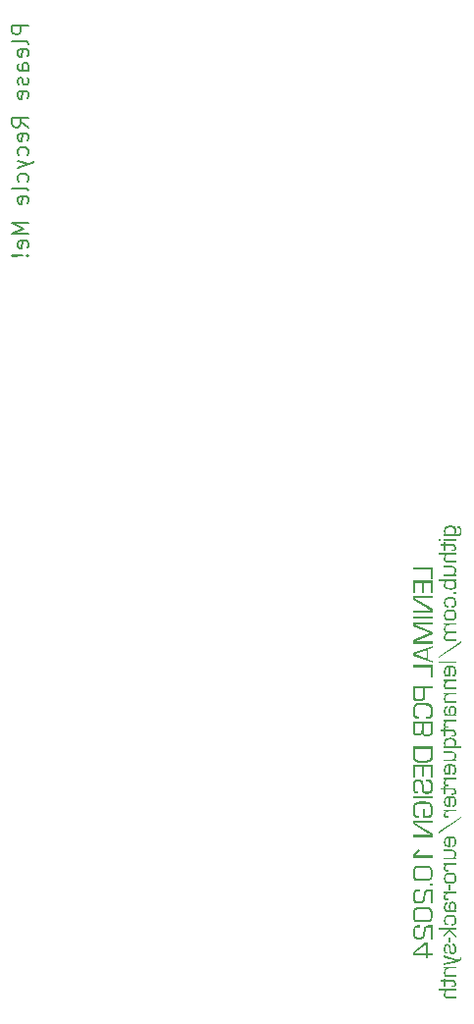
<source format=gbo>
G04 #@! TF.GenerationSoftware,KiCad,Pcbnew,8.0.5*
G04 #@! TF.CreationDate,2024-11-24T11:26:00+01:00*
G04 #@! TF.ProjectId,encore-panel,656e636f-7265-42d7-9061-6e656c2e6b69,rev?*
G04 #@! TF.SameCoordinates,Original*
G04 #@! TF.FileFunction,Legend,Bot*
G04 #@! TF.FilePolarity,Positive*
%FSLAX46Y46*%
G04 Gerber Fmt 4.6, Leading zero omitted, Abs format (unit mm)*
G04 Created by KiCad (PCBNEW 8.0.5) date 2024-11-24 11:26:00*
%MOMM*%
%LPD*%
G01*
G04 APERTURE LIST*
%ADD10C,0.150000*%
%ADD11C,6.200000*%
%ADD12C,7.200000*%
%ADD13O,7.000000X3.200000*%
%ADD14C,3.200000*%
G04 APERTURE END LIST*
D10*
G36*
X85005793Y-88362813D02*
G01*
X86525179Y-88362813D01*
X86525179Y-89230656D01*
X86694000Y-89230656D01*
X86694000Y-88172450D01*
X85005793Y-88172450D01*
X85005793Y-88362813D01*
G37*
G36*
X85174614Y-89515101D02*
G01*
X85737349Y-89515101D01*
X85737349Y-90371954D01*
X85906170Y-90371954D01*
X85906170Y-89515101D01*
X86525179Y-89515101D01*
X86525179Y-90409323D01*
X86694000Y-90409323D01*
X86694000Y-89324739D01*
X85005793Y-89324739D01*
X85005793Y-90409323D01*
X85174614Y-90409323D01*
X85174614Y-89515101D01*
G37*
G36*
X85005793Y-92088298D02*
G01*
X86694000Y-92088298D01*
X86694000Y-91775276D01*
X85545667Y-91068339D01*
X85356184Y-90953155D01*
X85262101Y-90896441D01*
X85168019Y-90839288D01*
X85168019Y-90834452D01*
X85231327Y-90835771D01*
X85295514Y-90837090D01*
X85422129Y-90837090D01*
X86694000Y-90837090D01*
X86694000Y-90646727D01*
X85005793Y-90646727D01*
X85005793Y-90957991D01*
X86013002Y-91575241D01*
X86277224Y-91735709D01*
X86408235Y-91816162D01*
X86540566Y-91895297D01*
X86540566Y-91900573D01*
X86477698Y-91899254D01*
X86413511Y-91897935D01*
X86287335Y-91897935D01*
X85005793Y-91897935D01*
X85005793Y-92088298D01*
G37*
G36*
X85005793Y-92590363D02*
G01*
X86694000Y-92590363D01*
X86694000Y-92400000D01*
X85005793Y-92400000D01*
X85005793Y-92590363D01*
G37*
G36*
X85005793Y-94763929D02*
G01*
X86694000Y-94763929D01*
X86694000Y-94573566D01*
X85343874Y-94573566D01*
X85242318Y-94573566D01*
X85191759Y-94574446D01*
X85140762Y-94575764D01*
X85140762Y-94570928D01*
X85180329Y-94555981D01*
X85219017Y-94541473D01*
X85298152Y-94508940D01*
X86694000Y-93934334D01*
X86694000Y-93743531D01*
X85313979Y-93167607D01*
X85236163Y-93134194D01*
X85196595Y-93119247D01*
X85158347Y-93104299D01*
X85158347Y-93099463D01*
X85204069Y-93100782D01*
X85251110Y-93102101D01*
X85343874Y-93102101D01*
X86694000Y-93102101D01*
X86694000Y-92911738D01*
X85005793Y-92911738D01*
X85005793Y-93241905D01*
X86098291Y-93691654D01*
X86275025Y-93763315D01*
X86362513Y-93799365D01*
X86450441Y-93834097D01*
X86450441Y-93838933D01*
X86362513Y-93873664D01*
X86279978Y-93906596D01*
X86275025Y-93908395D01*
X86099610Y-93980935D01*
X85005793Y-94428926D01*
X85005793Y-94763929D01*
G37*
G36*
X86694000Y-95126190D02*
G01*
X86328221Y-95255883D01*
X86328221Y-96110098D01*
X86694000Y-96241110D01*
X86694000Y-96440265D01*
X85005793Y-95809826D01*
X85005793Y-95680133D01*
X85161864Y-95680133D01*
X86187538Y-96054704D01*
X86187538Y-95310398D01*
X85161864Y-95680133D01*
X85005793Y-95680133D01*
X85005793Y-95542526D01*
X86694000Y-94924397D01*
X86694000Y-95126190D01*
G37*
G36*
X85005793Y-96795053D02*
G01*
X86525179Y-96795053D01*
X86525179Y-97662896D01*
X86694000Y-97662896D01*
X86694000Y-96604690D01*
X85005793Y-96604690D01*
X85005793Y-96795053D01*
G37*
G36*
X86694000Y-98645046D02*
G01*
X86046854Y-98645046D01*
X86046854Y-99132164D01*
X86045535Y-99206462D01*
X86045117Y-99242980D01*
X86038858Y-99343629D01*
X86022061Y-99444175D01*
X85990345Y-99536829D01*
X85938703Y-99612687D01*
X85900608Y-99643844D01*
X85820635Y-99682710D01*
X85731455Y-99705629D01*
X85640749Y-99717036D01*
X85536875Y-99720838D01*
X85481049Y-99719922D01*
X85379668Y-99712596D01*
X85291981Y-99697943D01*
X85196367Y-99667011D01*
X85117900Y-99616644D01*
X85091625Y-99587861D01*
X85045315Y-99502305D01*
X85021558Y-99415853D01*
X85009734Y-99327888D01*
X85005793Y-99227125D01*
X85005793Y-99162938D01*
X85005793Y-99156783D01*
X85174614Y-99156783D01*
X85175933Y-99229763D01*
X85179046Y-99310787D01*
X85194296Y-99402011D01*
X85240999Y-99484753D01*
X85271751Y-99503130D01*
X85361127Y-99526946D01*
X85452950Y-99536240D01*
X85551822Y-99538828D01*
X85564781Y-99538750D01*
X85657819Y-99532499D01*
X85747533Y-99510620D01*
X85820001Y-99458814D01*
X85853041Y-99380054D01*
X85868455Y-99292559D01*
X85875993Y-99195130D01*
X85878033Y-99096113D01*
X85878033Y-98645046D01*
X85174614Y-98645046D01*
X85174614Y-99156783D01*
X85005793Y-99156783D01*
X85005793Y-98454683D01*
X86694000Y-98454683D01*
X86694000Y-98645046D01*
G37*
G36*
X86131264Y-101047223D02*
G01*
X86131264Y-101236267D01*
X86195891Y-101236267D01*
X86293669Y-101233401D01*
X86394937Y-101222396D01*
X86490930Y-101199126D01*
X86571425Y-101158776D01*
X86611348Y-101118884D01*
X86647508Y-101037936D01*
X86667848Y-100948013D01*
X86680359Y-100853950D01*
X86687462Y-100766181D01*
X86691982Y-100667283D01*
X86693919Y-100557257D01*
X86694000Y-100528011D01*
X86691685Y-100426778D01*
X86684740Y-100335203D01*
X86669548Y-100234316D01*
X86647121Y-100148520D01*
X86610661Y-100065486D01*
X86554957Y-99996078D01*
X86545842Y-99988577D01*
X86461602Y-99943866D01*
X86358789Y-99914284D01*
X86251529Y-99895794D01*
X86151594Y-99885037D01*
X86039102Y-99877865D01*
X85946492Y-99874840D01*
X85846819Y-99873831D01*
X85744315Y-99874237D01*
X85651785Y-99875453D01*
X85550149Y-99878112D01*
X85448757Y-99882976D01*
X85358832Y-99890955D01*
X85306065Y-99899770D01*
X85219683Y-99936808D01*
X85147029Y-99999332D01*
X85107789Y-100048367D01*
X85068046Y-100126996D01*
X85041750Y-100219742D01*
X85025316Y-100314906D01*
X85015753Y-100402737D01*
X85009379Y-100500969D01*
X85006191Y-100609600D01*
X85005793Y-100667816D01*
X85008154Y-100763506D01*
X85017222Y-100864732D01*
X85036396Y-100964077D01*
X85069643Y-101052883D01*
X85102513Y-101102178D01*
X85180609Y-101161297D01*
X85268495Y-101192827D01*
X85363923Y-101208920D01*
X85459483Y-101214176D01*
X85476644Y-101214285D01*
X85512255Y-101215164D01*
X85512255Y-101026120D01*
X85465214Y-101024801D01*
X85371570Y-101019550D01*
X85285546Y-100998870D01*
X85227370Y-100958416D01*
X85191306Y-100868905D01*
X85178787Y-100777769D01*
X85174820Y-100688709D01*
X85174614Y-100660342D01*
X85175637Y-100563306D01*
X85179795Y-100455960D01*
X85187152Y-100364113D01*
X85200202Y-100274355D01*
X85224767Y-100189395D01*
X85240120Y-100161794D01*
X85312636Y-100110482D01*
X85399897Y-100086542D01*
X85500098Y-100074837D01*
X85603699Y-100071668D01*
X85727226Y-100072201D01*
X85840784Y-100073801D01*
X85944373Y-100076467D01*
X86037992Y-100080200D01*
X86147311Y-100086836D01*
X86238906Y-100095367D01*
X86328478Y-100108698D01*
X86407356Y-100132338D01*
X86469489Y-100198850D01*
X86502627Y-100293235D01*
X86517815Y-100388042D01*
X86524143Y-100482774D01*
X86525179Y-100546476D01*
X86523987Y-100645279D01*
X86519412Y-100747577D01*
X86509738Y-100844499D01*
X86490438Y-100933626D01*
X86476379Y-100965890D01*
X86405405Y-101022991D01*
X86309970Y-101045424D01*
X86231062Y-101049421D01*
X86131264Y-101047223D01*
G37*
G36*
X86694000Y-102271173D02*
G01*
X86693572Y-102303314D01*
X86687158Y-102392403D01*
X86669946Y-102482430D01*
X86637447Y-102566978D01*
X86584530Y-102638709D01*
X86570163Y-102651539D01*
X86489954Y-102699032D01*
X86397287Y-102727176D01*
X86299703Y-102740937D01*
X86203804Y-102744662D01*
X86143289Y-102742305D01*
X86053009Y-102727901D01*
X85962127Y-102693331D01*
X85890288Y-102639905D01*
X85837490Y-102567622D01*
X85803734Y-102476483D01*
X85799778Y-102476483D01*
X85771832Y-102538797D01*
X85715903Y-102608292D01*
X85640367Y-102657086D01*
X85545224Y-102685180D01*
X85448068Y-102692785D01*
X85352318Y-102689415D01*
X85257371Y-102676967D01*
X85170961Y-102651509D01*
X85090643Y-102596944D01*
X85066199Y-102561756D01*
X85032640Y-102472018D01*
X85015819Y-102378757D01*
X85007864Y-102282476D01*
X85005793Y-102190719D01*
X85005793Y-102187202D01*
X85174614Y-102187202D01*
X85176949Y-102269548D01*
X85188386Y-102363246D01*
X85223413Y-102450984D01*
X85259831Y-102480099D01*
X85344975Y-102505333D01*
X85436637Y-102511215D01*
X85513463Y-102507933D01*
X85600806Y-102491858D01*
X85682394Y-102442631D01*
X85701070Y-102410931D01*
X85725274Y-102321743D01*
X85734719Y-102231625D01*
X85737349Y-102135325D01*
X85737349Y-102125213D01*
X85906170Y-102125213D01*
X85907963Y-102230237D01*
X85913341Y-102318784D01*
X85926091Y-102411218D01*
X85957168Y-102494948D01*
X85968177Y-102507126D01*
X86051250Y-102546056D01*
X86142425Y-102559831D01*
X86232381Y-102563092D01*
X86295451Y-102560711D01*
X86388441Y-102543984D01*
X86468026Y-102495388D01*
X86481112Y-102476222D01*
X86509901Y-102390534D01*
X86521188Y-102298517D01*
X86523860Y-102210503D01*
X86525179Y-102038605D01*
X86525179Y-101634578D01*
X85906170Y-101634578D01*
X85906170Y-102125213D01*
X85737349Y-102125213D01*
X85737349Y-101634578D01*
X85174614Y-101634578D01*
X85174614Y-102187202D01*
X85005793Y-102187202D01*
X85005793Y-101444215D01*
X86694000Y-101444215D01*
X86694000Y-102271173D01*
G37*
G36*
X86694000Y-104457928D02*
G01*
X86693820Y-104479110D01*
X86687523Y-104578335D01*
X86668095Y-104682699D01*
X86635715Y-104771020D01*
X86581568Y-104853784D01*
X86509792Y-104914711D01*
X86472045Y-104935138D01*
X86377311Y-104969966D01*
X86278766Y-104992849D01*
X86187101Y-105007138D01*
X86084034Y-105017854D01*
X85969563Y-105024998D01*
X85876227Y-105028012D01*
X85776477Y-105029016D01*
X85748543Y-105028891D01*
X85642508Y-105025871D01*
X85545595Y-105018827D01*
X85437283Y-105004361D01*
X85343225Y-104983604D01*
X85249170Y-104950395D01*
X85165381Y-104900203D01*
X85136861Y-104874077D01*
X85081223Y-104797128D01*
X85045690Y-104713357D01*
X85021378Y-104613140D01*
X85009689Y-104517064D01*
X85005793Y-104409568D01*
X85005793Y-104407369D01*
X85174614Y-104407369D01*
X85174732Y-104425160D01*
X85180399Y-104523213D01*
X85197755Y-104618777D01*
X85231758Y-104703159D01*
X85295514Y-104771389D01*
X85376847Y-104804664D01*
X85465255Y-104823381D01*
X85556875Y-104834894D01*
X85664809Y-104842693D01*
X85762903Y-104846258D01*
X85871438Y-104847446D01*
X85946504Y-104846673D01*
X86038550Y-104843239D01*
X86140682Y-104835081D01*
X86228453Y-104822631D01*
X86314821Y-104802023D01*
X86405598Y-104759519D01*
X86440047Y-104726793D01*
X86487343Y-104641433D01*
X86511049Y-104551529D01*
X86522259Y-104458092D01*
X86525179Y-104368681D01*
X86525179Y-103818695D01*
X85174614Y-103818695D01*
X85174614Y-104407369D01*
X85005793Y-104407369D01*
X85005793Y-103628332D01*
X86694000Y-103628332D01*
X86694000Y-104457928D01*
G37*
G36*
X85174614Y-105396553D02*
G01*
X85737349Y-105396553D01*
X85737349Y-106253406D01*
X85906170Y-106253406D01*
X85906170Y-105396553D01*
X86525179Y-105396553D01*
X86525179Y-106290775D01*
X86694000Y-106290775D01*
X86694000Y-105206190D01*
X85005793Y-105206190D01*
X85005793Y-106290775D01*
X85174614Y-106290775D01*
X85174614Y-105396553D01*
G37*
G36*
X85455981Y-107685304D02*
G01*
X85455981Y-107496260D01*
X85363678Y-107490870D01*
X85273498Y-107466913D01*
X85223853Y-107428116D01*
X85191972Y-107342632D01*
X85179422Y-107247748D01*
X85175046Y-107153753D01*
X85174614Y-107108060D01*
X85175869Y-107019695D01*
X85180692Y-106927371D01*
X85190889Y-106838570D01*
X85213995Y-106747036D01*
X85226051Y-106722059D01*
X85294741Y-106662854D01*
X85382479Y-106639595D01*
X85453783Y-106635450D01*
X85543249Y-106639682D01*
X85634680Y-106659319D01*
X85695584Y-106703155D01*
X85724064Y-106791975D01*
X85738792Y-106893091D01*
X85747602Y-106990928D01*
X85753479Y-107086862D01*
X85754495Y-107107621D01*
X85759674Y-107201717D01*
X85768970Y-107306702D01*
X85781399Y-107397647D01*
X85800451Y-107488250D01*
X85832874Y-107577606D01*
X85852094Y-107608807D01*
X85921870Y-107665376D01*
X86005758Y-107695546D01*
X86099626Y-107710945D01*
X86195289Y-107715974D01*
X86212597Y-107716078D01*
X86302166Y-107713073D01*
X86395850Y-107701533D01*
X86486122Y-107677129D01*
X86564198Y-107634814D01*
X86605193Y-107592980D01*
X86644046Y-107512856D01*
X86668936Y-107412274D01*
X86681511Y-107323015D01*
X86689750Y-107219246D01*
X86693219Y-107125781D01*
X86694000Y-107049589D01*
X86691788Y-106941525D01*
X86685155Y-106845398D01*
X86671358Y-106745799D01*
X86647213Y-106651324D01*
X86609006Y-106571997D01*
X86603434Y-106564229D01*
X86528524Y-106500705D01*
X86442630Y-106466826D01*
X86348539Y-106449533D01*
X86253825Y-106443886D01*
X86236777Y-106443769D01*
X86159401Y-106442889D01*
X86159401Y-106631933D01*
X86199847Y-106631933D01*
X86298958Y-106636247D01*
X86385693Y-106651413D01*
X86464686Y-106692598D01*
X86471983Y-106700956D01*
X86504399Y-106783471D01*
X86517698Y-106872277D01*
X86523880Y-106972163D01*
X86525179Y-107056183D01*
X86523880Y-107152375D01*
X86518893Y-107251541D01*
X86508347Y-107344808D01*
X86484451Y-107436153D01*
X86471983Y-107458891D01*
X86398945Y-107507850D01*
X86302672Y-107528527D01*
X86214537Y-107534213D01*
X86186219Y-107534508D01*
X86094745Y-107528430D01*
X86008353Y-107500551D01*
X85986184Y-107483071D01*
X85946506Y-107403936D01*
X85930832Y-107316888D01*
X85926833Y-107268528D01*
X85917161Y-107070691D01*
X85907489Y-106882966D01*
X85894368Y-106782399D01*
X85869515Y-106695241D01*
X85821949Y-106605150D01*
X85756051Y-106536010D01*
X85671820Y-106487822D01*
X85569257Y-106460585D01*
X85474006Y-106453880D01*
X85375392Y-106458270D01*
X85276946Y-106474487D01*
X85186333Y-106507652D01*
X85112310Y-106563618D01*
X85099875Y-106578737D01*
X85058714Y-106656690D01*
X85032345Y-106750370D01*
X85016910Y-106849587D01*
X85009101Y-106945609D01*
X85005885Y-107053760D01*
X85005793Y-107076846D01*
X85007126Y-107167356D01*
X85012539Y-107268902D01*
X85022118Y-107357568D01*
X85039109Y-107446966D01*
X85071093Y-107537311D01*
X85091083Y-107570119D01*
X85163176Y-107630861D01*
X85248301Y-107663257D01*
X85342801Y-107679792D01*
X85438669Y-107685191D01*
X85455981Y-107685304D01*
G37*
G36*
X85005793Y-108127139D02*
G01*
X86694000Y-108127139D01*
X86694000Y-107936776D01*
X85005793Y-107936776D01*
X85005793Y-108127139D01*
G37*
G36*
X85849896Y-109050377D02*
G01*
X85849896Y-109774020D01*
X85939155Y-109777930D01*
X86031466Y-109778856D01*
X86138442Y-109777104D01*
X86234716Y-109771849D01*
X86340008Y-109760354D01*
X86428577Y-109743384D01*
X86512787Y-109715795D01*
X86587607Y-109666748D01*
X86634154Y-109588383D01*
X86660336Y-109500037D01*
X86676441Y-109407052D01*
X86687350Y-109296464D01*
X86692337Y-109195320D01*
X86694000Y-109082910D01*
X86692042Y-108976230D01*
X86686168Y-108879523D01*
X86673321Y-108772666D01*
X86654355Y-108681394D01*
X86623520Y-108592440D01*
X86576412Y-108517024D01*
X86568703Y-108508744D01*
X86486353Y-108453158D01*
X86399022Y-108421890D01*
X86309504Y-108402658D01*
X86204766Y-108389630D01*
X86110017Y-108383674D01*
X86005528Y-108381689D01*
X85761969Y-108380370D01*
X85615570Y-108381689D01*
X85527539Y-108383901D01*
X85428340Y-108392887D01*
X85341183Y-108408785D01*
X85252491Y-108436987D01*
X85170935Y-108482470D01*
X85127133Y-108523252D01*
X85079853Y-108598944D01*
X85048570Y-108685725D01*
X85029018Y-108773485D01*
X85015391Y-108875284D01*
X85008755Y-108966831D01*
X85005911Y-109067364D01*
X85005793Y-109093901D01*
X85006981Y-109196728D01*
X85010547Y-109290007D01*
X85018345Y-109393178D01*
X85029858Y-109481429D01*
X85048575Y-109567638D01*
X85081850Y-109649163D01*
X85147444Y-109715005D01*
X85237826Y-109753414D01*
X85328657Y-109769630D01*
X85420810Y-109774020D01*
X85484118Y-109774020D01*
X85484118Y-109587174D01*
X85446749Y-109587174D01*
X85354048Y-109580462D01*
X85265176Y-109550632D01*
X85218577Y-109502324D01*
X85193547Y-109412031D01*
X85183029Y-109320979D01*
X85177361Y-109222138D01*
X85175000Y-109125106D01*
X85174614Y-109060489D01*
X85176428Y-108963344D01*
X85183393Y-108862694D01*
X85198122Y-108767227D01*
X85227508Y-108679228D01*
X85248912Y-108647230D01*
X85326029Y-108600173D01*
X85415199Y-108578219D01*
X85516079Y-108567484D01*
X85619526Y-108564578D01*
X85837586Y-108561940D01*
X86072353Y-108563259D01*
X86163635Y-108565502D01*
X86257731Y-108574117D01*
X86346217Y-108592332D01*
X86426291Y-108628673D01*
X86454397Y-108655143D01*
X86491723Y-108742813D01*
X86509626Y-108839843D01*
X86519580Y-108946387D01*
X86524073Y-109051655D01*
X86525179Y-109146658D01*
X86523580Y-109236442D01*
X86517438Y-109329137D01*
X86504452Y-109416535D01*
X86475026Y-109502633D01*
X86459673Y-109524306D01*
X86380744Y-109568510D01*
X86282436Y-109588274D01*
X86182798Y-109595713D01*
X86116756Y-109596846D01*
X86028013Y-109588345D01*
X86018717Y-109587174D01*
X86018717Y-109050377D01*
X85849896Y-109050377D01*
G37*
G36*
X85005793Y-111449917D02*
G01*
X86694000Y-111449917D01*
X86694000Y-111136895D01*
X85545667Y-110429958D01*
X85356184Y-110314773D01*
X85262101Y-110258060D01*
X85168019Y-110200907D01*
X85168019Y-110196071D01*
X85231327Y-110197390D01*
X85295514Y-110198709D01*
X85422129Y-110198709D01*
X86694000Y-110198709D01*
X86694000Y-110008346D01*
X85005793Y-110008346D01*
X85005793Y-110319609D01*
X86013002Y-110936860D01*
X86277224Y-111097328D01*
X86408235Y-111177781D01*
X86540566Y-111256916D01*
X86540566Y-111262191D01*
X86477698Y-111260873D01*
X86413511Y-111259554D01*
X86287335Y-111259554D01*
X85005793Y-111259554D01*
X85005793Y-111449917D01*
G37*
G36*
X85005793Y-113231766D02*
G01*
X86694000Y-113231766D01*
X86694000Y-113041403D01*
X85148235Y-113041403D01*
X85627440Y-112609679D01*
X85513574Y-112490098D01*
X85005793Y-112957432D01*
X85005793Y-113231766D01*
G37*
G36*
X85866709Y-113891579D02*
G01*
X85974182Y-113893454D01*
X86072737Y-113896937D01*
X86162374Y-113902027D01*
X86268018Y-113911314D01*
X86357807Y-113923459D01*
X86447748Y-113942659D01*
X86540127Y-113982666D01*
X86549593Y-113990330D01*
X86607446Y-114062295D01*
X86645313Y-114149498D01*
X86668604Y-114240160D01*
X86684382Y-114347180D01*
X86691595Y-114444574D01*
X86694000Y-114552436D01*
X86693849Y-114580410D01*
X86690243Y-114685754D01*
X86681828Y-114780616D01*
X86664547Y-114884453D01*
X86639753Y-114971910D01*
X86600083Y-115055238D01*
X86540127Y-115122645D01*
X86465603Y-115158276D01*
X86367602Y-115181852D01*
X86261872Y-115196587D01*
X86161539Y-115205159D01*
X86047206Y-115210875D01*
X85952269Y-115213286D01*
X85849457Y-115214090D01*
X85812578Y-115213995D01*
X85707502Y-115212578D01*
X85610764Y-115209461D01*
X85522365Y-115204644D01*
X85417470Y-115195577D01*
X85307198Y-115179992D01*
X85220089Y-115159685D01*
X85128891Y-115117369D01*
X85121318Y-115110988D01*
X85069386Y-115033756D01*
X85040535Y-114945286D01*
X85023104Y-114851561D01*
X85013487Y-114763489D01*
X85007716Y-114663781D01*
X85005793Y-114552436D01*
X85174614Y-114552436D01*
X85175390Y-114616467D01*
X85180137Y-114711749D01*
X85191528Y-114807216D01*
X85212670Y-114892573D01*
X85262981Y-114970091D01*
X85268877Y-114973932D01*
X85358035Y-115003012D01*
X85453563Y-115016912D01*
X85555225Y-115025143D01*
X85650990Y-115029532D01*
X85759588Y-115031971D01*
X85849457Y-115032519D01*
X85939486Y-115031971D01*
X86048286Y-115029532D01*
X86144241Y-115025143D01*
X86246119Y-115016912D01*
X86341879Y-115003012D01*
X86437251Y-114970091D01*
X86475720Y-114920577D01*
X86503197Y-114834463D01*
X86516592Y-114745859D01*
X86523032Y-114656296D01*
X86525179Y-114552436D01*
X86524835Y-114509229D01*
X86520971Y-114411206D01*
X86510667Y-114312422D01*
X86487312Y-114212686D01*
X86437251Y-114135220D01*
X86431327Y-114131379D01*
X86341879Y-114102299D01*
X86246119Y-114088399D01*
X86144241Y-114080168D01*
X86048286Y-114075779D01*
X85939486Y-114073340D01*
X85849457Y-114072792D01*
X85759588Y-114073340D01*
X85650990Y-114075779D01*
X85555225Y-114080168D01*
X85453563Y-114088399D01*
X85358035Y-114102299D01*
X85262981Y-114135220D01*
X85224320Y-114184707D01*
X85196705Y-114270738D01*
X85183243Y-114359244D01*
X85176771Y-114448702D01*
X85174614Y-114552436D01*
X85005793Y-114552436D01*
X85007668Y-114443378D01*
X85013294Y-114345477D01*
X85025601Y-114238787D01*
X85043768Y-114149529D01*
X85073305Y-114065428D01*
X85125814Y-113992338D01*
X85198624Y-113952938D01*
X85293349Y-113926869D01*
X85395073Y-113910576D01*
X85491367Y-113901096D01*
X85600919Y-113894776D01*
X85691784Y-113892110D01*
X85790106Y-113891221D01*
X85866709Y-113891579D01*
G37*
G36*
X86468905Y-115662519D02*
G01*
X86694000Y-115662519D01*
X86694000Y-115472157D01*
X86468905Y-115472157D01*
X86468905Y-115662519D01*
G37*
G36*
X86525179Y-117165199D02*
G01*
X86694000Y-117165199D01*
X86694000Y-115949603D01*
X86367349Y-115949603D01*
X86276221Y-115953250D01*
X86185844Y-115966726D01*
X86094870Y-115998643D01*
X86027070Y-116053357D01*
X85984736Y-116134536D01*
X85955849Y-116228882D01*
X85933901Y-116331484D01*
X85917595Y-116432311D01*
X85905849Y-116523003D01*
X85903092Y-116547069D01*
X85892061Y-116638444D01*
X85877264Y-116732169D01*
X85857853Y-116819559D01*
X85826108Y-116903382D01*
X85812087Y-116923399D01*
X85734680Y-116965527D01*
X85645642Y-116982111D01*
X85556338Y-116987893D01*
X85512695Y-116988465D01*
X85416057Y-116983931D01*
X85321458Y-116965513D01*
X85241996Y-116920388D01*
X85237921Y-116915925D01*
X85196932Y-116829046D01*
X85180796Y-116735746D01*
X85175170Y-116644426D01*
X85174614Y-116600265D01*
X85175784Y-116510668D01*
X85180276Y-116417602D01*
X85189776Y-116328951D01*
X85211303Y-116239529D01*
X85222534Y-116216023D01*
X85297116Y-116158906D01*
X85389505Y-116139246D01*
X85453344Y-116136448D01*
X85568528Y-116139086D01*
X85568528Y-115952240D01*
X85484997Y-115953559D01*
X85383915Y-115958057D01*
X85296311Y-115971550D01*
X85211140Y-115998661D01*
X85128589Y-116051509D01*
X85101634Y-116081494D01*
X85059703Y-116161508D01*
X85032842Y-116257847D01*
X85017118Y-116359980D01*
X85009162Y-116458881D01*
X85006167Y-116547028D01*
X85005793Y-116594111D01*
X85008412Y-116695259D01*
X85016269Y-116785481D01*
X85032611Y-116879325D01*
X85061210Y-116968923D01*
X85106465Y-117045097D01*
X85113064Y-117052652D01*
X85189224Y-117109395D01*
X85283897Y-117144243D01*
X85371563Y-117160750D01*
X85473511Y-117169003D01*
X85529840Y-117170035D01*
X85618032Y-117167363D01*
X85711139Y-117157100D01*
X85802221Y-117135398D01*
X85883183Y-117097768D01*
X85927712Y-117060566D01*
X85978949Y-116978714D01*
X86011683Y-116887019D01*
X86034784Y-116788899D01*
X86050541Y-116693366D01*
X86063120Y-116585318D01*
X86073613Y-116491094D01*
X86087791Y-116394772D01*
X86106521Y-116305487D01*
X86137364Y-116221072D01*
X86151048Y-116201515D01*
X86230297Y-116161664D01*
X86324861Y-116145976D01*
X86420866Y-116140506D01*
X86468026Y-116139965D01*
X86525179Y-116139965D01*
X86525179Y-117165199D01*
G37*
G36*
X85866709Y-117471983D02*
G01*
X85974182Y-117473859D01*
X86072737Y-117477342D01*
X86162374Y-117482432D01*
X86268018Y-117491719D01*
X86357807Y-117503864D01*
X86447748Y-117523064D01*
X86540127Y-117563071D01*
X86549593Y-117570734D01*
X86607446Y-117642700D01*
X86645313Y-117729903D01*
X86668604Y-117820565D01*
X86684382Y-117927585D01*
X86691595Y-118024978D01*
X86694000Y-118132840D01*
X86693849Y-118160815D01*
X86690243Y-118266159D01*
X86681828Y-118361021D01*
X86664547Y-118464858D01*
X86639753Y-118552315D01*
X86600083Y-118635643D01*
X86540127Y-118703050D01*
X86465603Y-118738681D01*
X86367602Y-118762257D01*
X86261872Y-118776991D01*
X86161539Y-118785564D01*
X86047206Y-118791280D01*
X85952269Y-118793691D01*
X85849457Y-118794494D01*
X85812578Y-118794400D01*
X85707502Y-118792983D01*
X85610764Y-118789866D01*
X85522365Y-118785049D01*
X85417470Y-118775982D01*
X85307198Y-118760397D01*
X85220089Y-118740089D01*
X85128891Y-118697774D01*
X85121318Y-118691393D01*
X85069386Y-118614161D01*
X85040535Y-118525691D01*
X85023104Y-118431965D01*
X85013487Y-118343894D01*
X85007716Y-118244185D01*
X85005793Y-118132840D01*
X85174614Y-118132840D01*
X85175390Y-118196872D01*
X85180137Y-118292154D01*
X85191528Y-118387620D01*
X85212670Y-118472978D01*
X85262981Y-118550496D01*
X85268877Y-118554337D01*
X85358035Y-118583417D01*
X85453563Y-118597317D01*
X85555225Y-118605547D01*
X85650990Y-118609937D01*
X85759588Y-118612376D01*
X85849457Y-118612924D01*
X85939486Y-118612376D01*
X86048286Y-118609937D01*
X86144241Y-118605547D01*
X86246119Y-118597317D01*
X86341879Y-118583417D01*
X86437251Y-118550496D01*
X86475720Y-118500982D01*
X86503197Y-118414868D01*
X86516592Y-118326264D01*
X86523032Y-118236700D01*
X86525179Y-118132840D01*
X86524835Y-118089634D01*
X86520971Y-117991611D01*
X86510667Y-117892827D01*
X86487312Y-117793091D01*
X86437251Y-117715625D01*
X86431327Y-117711784D01*
X86341879Y-117682704D01*
X86246119Y-117668803D01*
X86144241Y-117660573D01*
X86048286Y-117656184D01*
X85939486Y-117653745D01*
X85849457Y-117653196D01*
X85759588Y-117653745D01*
X85650990Y-117656184D01*
X85555225Y-117660573D01*
X85453563Y-117668803D01*
X85358035Y-117682704D01*
X85262981Y-117715625D01*
X85224320Y-117765111D01*
X85196705Y-117851143D01*
X85183243Y-117939649D01*
X85176771Y-118029107D01*
X85174614Y-118132840D01*
X85005793Y-118132840D01*
X85007668Y-118023783D01*
X85013294Y-117925881D01*
X85025601Y-117819192D01*
X85043768Y-117729934D01*
X85073305Y-117645832D01*
X85125814Y-117572743D01*
X85198624Y-117533343D01*
X85293349Y-117507274D01*
X85395073Y-117490981D01*
X85491367Y-117481501D01*
X85600919Y-117475181D01*
X85691784Y-117472515D01*
X85790106Y-117471626D01*
X85866709Y-117471983D01*
G37*
G36*
X86525179Y-120253210D02*
G01*
X86694000Y-120253210D01*
X86694000Y-119037614D01*
X86367349Y-119037614D01*
X86276221Y-119041261D01*
X86185844Y-119054737D01*
X86094870Y-119086654D01*
X86027070Y-119141368D01*
X85984736Y-119222547D01*
X85955849Y-119316893D01*
X85933901Y-119419495D01*
X85917595Y-119520322D01*
X85905849Y-119611014D01*
X85903092Y-119635081D01*
X85892061Y-119726456D01*
X85877264Y-119820181D01*
X85857853Y-119907570D01*
X85826108Y-119991393D01*
X85812087Y-120011410D01*
X85734680Y-120053538D01*
X85645642Y-120070122D01*
X85556338Y-120075904D01*
X85512695Y-120076476D01*
X85416057Y-120071942D01*
X85321458Y-120053524D01*
X85241996Y-120008399D01*
X85237921Y-120003936D01*
X85196932Y-119917057D01*
X85180796Y-119823757D01*
X85175170Y-119732437D01*
X85174614Y-119688277D01*
X85175784Y-119598679D01*
X85180276Y-119505613D01*
X85189776Y-119416962D01*
X85211303Y-119327541D01*
X85222534Y-119304034D01*
X85297116Y-119246917D01*
X85389505Y-119227257D01*
X85453344Y-119224459D01*
X85568528Y-119227097D01*
X85568528Y-119040252D01*
X85484997Y-119041570D01*
X85383915Y-119046068D01*
X85296311Y-119059561D01*
X85211140Y-119086672D01*
X85128589Y-119139520D01*
X85101634Y-119169505D01*
X85059703Y-119249519D01*
X85032842Y-119345858D01*
X85017118Y-119447991D01*
X85009162Y-119546892D01*
X85006167Y-119635039D01*
X85005793Y-119682122D01*
X85008412Y-119783270D01*
X85016269Y-119873493D01*
X85032611Y-119967336D01*
X85061210Y-120056934D01*
X85106465Y-120133108D01*
X85113064Y-120140663D01*
X85189224Y-120197406D01*
X85283897Y-120232254D01*
X85371563Y-120248761D01*
X85473511Y-120257015D01*
X85529840Y-120258046D01*
X85618032Y-120255374D01*
X85711139Y-120245111D01*
X85802221Y-120223409D01*
X85883183Y-120185779D01*
X85927712Y-120148577D01*
X85978949Y-120066726D01*
X86011683Y-119975030D01*
X86034784Y-119876910D01*
X86050541Y-119781377D01*
X86063120Y-119673329D01*
X86073613Y-119579105D01*
X86087791Y-119482784D01*
X86106521Y-119393498D01*
X86137364Y-119309083D01*
X86151048Y-119289526D01*
X86230297Y-119249675D01*
X86324861Y-119233987D01*
X86420866Y-119228518D01*
X86468026Y-119227977D01*
X86525179Y-119227977D01*
X86525179Y-120253210D01*
G37*
G36*
X86300085Y-121456058D02*
G01*
X86694000Y-121456058D01*
X86694000Y-121646420D01*
X86300085Y-121646420D01*
X86300085Y-121898772D01*
X86131264Y-121898772D01*
X86131264Y-121646420D01*
X85005793Y-121646420D01*
X85005793Y-121452101D01*
X85128012Y-121452101D01*
X85128012Y-121456058D01*
X86131264Y-121456058D01*
X86131264Y-120668228D01*
X85128012Y-121452101D01*
X85005793Y-121452101D01*
X85005793Y-121351864D01*
X86069715Y-120511277D01*
X86300085Y-120511277D01*
X86300085Y-121456058D01*
G37*
G36*
X88296985Y-84585789D02*
G01*
X88375949Y-84592229D01*
X88458844Y-84605624D01*
X88539197Y-84629066D01*
X88616625Y-84671570D01*
X88630112Y-84683127D01*
X88680034Y-84749152D01*
X88709618Y-84827096D01*
X88724084Y-84910163D01*
X88728000Y-84992407D01*
X88727488Y-85026995D01*
X88719817Y-85120244D01*
X88699234Y-85209100D01*
X88660369Y-85284364D01*
X88597085Y-85335520D01*
X88598258Y-85338646D01*
X88809674Y-85338646D01*
X88852531Y-85337167D01*
X88936392Y-85321551D01*
X89003505Y-85278074D01*
X89037432Y-85203274D01*
X89050034Y-85122735D01*
X89053136Y-85042037D01*
X89051817Y-84982773D01*
X89043757Y-84902624D01*
X89015620Y-84822805D01*
X89007816Y-84813866D01*
X88934531Y-84779818D01*
X88853052Y-84772784D01*
X88853052Y-84624284D01*
X88887245Y-84625037D01*
X88968151Y-84634397D01*
X89048262Y-84661142D01*
X89109409Y-84709867D01*
X89113641Y-84715386D01*
X89148567Y-84786614D01*
X89166837Y-84864588D01*
X89175770Y-84948123D01*
X89178188Y-85031095D01*
X89177867Y-85063424D01*
X89173059Y-85152679D01*
X89160156Y-85242155D01*
X89135793Y-85325088D01*
X89096122Y-85393747D01*
X89046761Y-85437002D01*
X88970851Y-85470892D01*
X88885263Y-85487886D01*
X88796387Y-85492617D01*
X87677560Y-85492617D01*
X87677560Y-85338646D01*
X87819416Y-85346462D01*
X87820588Y-85342945D01*
X87779384Y-85313897D01*
X87727983Y-85249203D01*
X87697673Y-85174203D01*
X87682588Y-85096255D01*
X87679144Y-85034222D01*
X87802612Y-85034222D01*
X87802683Y-85045579D01*
X87808331Y-85127614D01*
X87828099Y-85208107D01*
X87874908Y-85276120D01*
X87935511Y-85306826D01*
X88016418Y-85324737D01*
X88096613Y-85332300D01*
X88177378Y-85334347D01*
X88268860Y-85332300D01*
X88359752Y-85324737D01*
X88442745Y-85309271D01*
X88520491Y-85276120D01*
X88530476Y-85268351D01*
X88576857Y-85201160D01*
X88597794Y-85118217D01*
X88602947Y-85034222D01*
X88602874Y-85023013D01*
X88597012Y-84942303D01*
X88576496Y-84863810D01*
X88527916Y-84798967D01*
X88455413Y-84768263D01*
X88376407Y-84753938D01*
X88289124Y-84746934D01*
X88200826Y-84745038D01*
X88126971Y-84746355D01*
X88038032Y-84752622D01*
X87957041Y-84766104D01*
X87876862Y-84798967D01*
X87872294Y-84802462D01*
X87826105Y-84870539D01*
X87807253Y-84951521D01*
X87802612Y-85034222D01*
X87679144Y-85034222D01*
X87677560Y-85005694D01*
X87678000Y-84975910D01*
X87684594Y-84893758D01*
X87702289Y-84811561D01*
X87735702Y-84735620D01*
X87790107Y-84673133D01*
X87797330Y-84667627D01*
X87868747Y-84629873D01*
X87951112Y-84606015D01*
X88036475Y-84592382D01*
X88118021Y-84585827D01*
X88209032Y-84583642D01*
X88296985Y-84585789D01*
G37*
G36*
X87227371Y-85909979D02*
G01*
X87402445Y-85909979D01*
X87402445Y-85756008D01*
X87227371Y-85756008D01*
X87227371Y-85909979D01*
G37*
G36*
X87677560Y-85909979D02*
G01*
X88728000Y-85909979D01*
X88728000Y-85756008D01*
X87677560Y-85756008D01*
X87677560Y-85909979D01*
G37*
G36*
X87677560Y-86733761D02*
G01*
X87802612Y-86733761D01*
X87802612Y-86329295D01*
X88445850Y-86329295D01*
X88528694Y-86343873D01*
X88587606Y-86399854D01*
X88602947Y-86478576D01*
X88589323Y-86556886D01*
X88530875Y-86615329D01*
X88463436Y-86627076D01*
X88411461Y-86628248D01*
X88352842Y-86630593D01*
X88352842Y-86773231D01*
X88428265Y-86774403D01*
X88514614Y-86767209D01*
X88598914Y-86739585D01*
X88662140Y-86691244D01*
X88704290Y-86622184D01*
X88725365Y-86532406D01*
X88728000Y-86479748D01*
X88722017Y-86392048D01*
X88699046Y-86306429D01*
X88650472Y-86233593D01*
X88578448Y-86189891D01*
X88498050Y-86175621D01*
X88482975Y-86175324D01*
X88445850Y-86175324D01*
X87802612Y-86175324D01*
X87802612Y-86030342D01*
X87677560Y-86030342D01*
X87677560Y-86175324D01*
X87427455Y-86175324D01*
X87427455Y-86329295D01*
X87677560Y-86329295D01*
X87677560Y-86733761D01*
G37*
G36*
X87227371Y-87058897D02*
G01*
X87807302Y-87058897D01*
X87809646Y-87062023D01*
X87745796Y-87111314D01*
X87706583Y-87182896D01*
X87685815Y-87266968D01*
X87678076Y-87354955D01*
X87677560Y-87387550D01*
X87682817Y-87480240D01*
X87698589Y-87560572D01*
X87733090Y-87643607D01*
X87784021Y-87707331D01*
X87851380Y-87751745D01*
X87935169Y-87776849D01*
X88014029Y-87783028D01*
X88057016Y-87783028D01*
X88728000Y-87783028D01*
X88728000Y-87629058D01*
X88057016Y-87629058D01*
X88027316Y-87629058D01*
X87939760Y-87617445D01*
X87866029Y-87575734D01*
X87820387Y-87503689D01*
X87803490Y-87415765D01*
X87802612Y-87386378D01*
X87805829Y-87306930D01*
X87819416Y-87223028D01*
X87850464Y-87148356D01*
X87869828Y-87124550D01*
X87938924Y-87084543D01*
X88015270Y-87066655D01*
X88100779Y-87059474D01*
X88137127Y-87058897D01*
X88728000Y-87058897D01*
X88728000Y-86904926D01*
X87227371Y-86904926D01*
X87227371Y-87058897D01*
G37*
G36*
X87677560Y-88912798D02*
G01*
X88728000Y-88912798D01*
X88728000Y-88758827D01*
X88590833Y-88769769D01*
X88587316Y-88766643D01*
X88648865Y-88715157D01*
X88692829Y-88640809D01*
X88716871Y-88557002D01*
X88726763Y-88471236D01*
X88728000Y-88423531D01*
X88722504Y-88337252D01*
X88700179Y-88245581D01*
X88660680Y-88171884D01*
X88604008Y-88116163D01*
X88530163Y-88078416D01*
X88439144Y-88058643D01*
X88376290Y-88055408D01*
X87677560Y-88055408D01*
X87677560Y-88209379D01*
X88376290Y-88209379D01*
X88458674Y-88214966D01*
X88536933Y-88240594D01*
X88557225Y-88256664D01*
X88592901Y-88332603D01*
X88602545Y-88417150D01*
X88602947Y-88442289D01*
X88598624Y-88525844D01*
X88583426Y-88602853D01*
X88546139Y-88677545D01*
X88533778Y-88691221D01*
X88465634Y-88732419D01*
X88383996Y-88752225D01*
X88302419Y-88758563D01*
X88279765Y-88758827D01*
X87677560Y-88758827D01*
X87677560Y-88912798D01*
G37*
G36*
X88728000Y-89345792D02*
G01*
X88598258Y-89337976D01*
X88597085Y-89342275D01*
X88620481Y-89359185D01*
X88671619Y-89418450D01*
X88706394Y-89498330D01*
X88723397Y-89585134D01*
X88728000Y-89672100D01*
X88727564Y-89701896D01*
X88721039Y-89784232D01*
X88703528Y-89866920D01*
X88670463Y-89943789D01*
X88616625Y-90007788D01*
X88549653Y-90048478D01*
X88472861Y-90074546D01*
X88393525Y-90089805D01*
X88301714Y-90098525D01*
X88215676Y-90100795D01*
X88196785Y-90100709D01*
X88107859Y-90097704D01*
X88028150Y-90090405D01*
X87944665Y-90075980D01*
X87864039Y-90051336D01*
X87794015Y-90012868D01*
X87779913Y-90001318D01*
X87727713Y-89935517D01*
X87696779Y-89858031D01*
X87681654Y-89775565D01*
X87677560Y-89693984D01*
X87678465Y-89654515D01*
X87802612Y-89654515D01*
X87802688Y-89665435D01*
X87808733Y-89744166D01*
X87829890Y-89821011D01*
X87879988Y-89885080D01*
X87953603Y-89915784D01*
X88033129Y-89930108D01*
X88120665Y-89937113D01*
X88209032Y-89939009D01*
X88279933Y-89937683D01*
X88365891Y-89931370D01*
X88453602Y-89915615D01*
X88525962Y-89884689D01*
X88572875Y-89827793D01*
X88596858Y-89747251D01*
X88602947Y-89661158D01*
X88602874Y-89648794D01*
X88596981Y-89560048D01*
X88576358Y-89474533D01*
X88527525Y-89405582D01*
X88498958Y-89389596D01*
X88422966Y-89367648D01*
X88342020Y-89356648D01*
X88257426Y-89351445D01*
X88176206Y-89350090D01*
X88122644Y-89351049D01*
X88040076Y-89357340D01*
X87954800Y-89374057D01*
X87877644Y-89411444D01*
X87868558Y-89419629D01*
X87826353Y-89488359D01*
X87807302Y-89571326D01*
X87802612Y-89654515D01*
X87678465Y-89654515D01*
X87678769Y-89641282D01*
X87688441Y-89548509D01*
X87707785Y-89472580D01*
X87748622Y-89397543D01*
X87815117Y-89348918D01*
X87811600Y-89345792D01*
X87227371Y-89345792D01*
X87227371Y-89191821D01*
X88728000Y-89191821D01*
X88728000Y-89345792D01*
G37*
G36*
X88527916Y-90505261D02*
G01*
X88728000Y-90505261D01*
X88728000Y-90336050D01*
X88527916Y-90336050D01*
X88527916Y-90505261D01*
G37*
G36*
X88352842Y-91495910D02*
G01*
X88352842Y-91649881D01*
X88407162Y-91650663D01*
X88499591Y-91639872D01*
X88576354Y-91607500D01*
X88637451Y-91553547D01*
X88682882Y-91478013D01*
X88707947Y-91402048D01*
X88722986Y-91312270D01*
X88728000Y-91208681D01*
X88725471Y-91124827D01*
X88715763Y-91036570D01*
X88695233Y-90950655D01*
X88659634Y-90874952D01*
X88624441Y-90833915D01*
X88548785Y-90789899D01*
X88465878Y-90765624D01*
X88378056Y-90751753D01*
X88293054Y-90745084D01*
X88197309Y-90742861D01*
X88107416Y-90745122D01*
X88027026Y-90751905D01*
X87943101Y-90766015D01*
X87862483Y-90790707D01*
X87793155Y-90829780D01*
X87786199Y-90835478D01*
X87733683Y-90901056D01*
X87701431Y-90981613D01*
X87684350Y-91069291D01*
X87677984Y-91157214D01*
X87677560Y-91189141D01*
X87680156Y-91279546D01*
X87687946Y-91358493D01*
X87703598Y-91436116D01*
X87734108Y-91513001D01*
X87751419Y-91538897D01*
X87817213Y-91592072D01*
X87893782Y-91619161D01*
X87979023Y-91630836D01*
X88027706Y-91632296D01*
X88027706Y-91478325D01*
X88000742Y-91478325D01*
X87922798Y-91469807D01*
X87853580Y-91431949D01*
X87842473Y-91417753D01*
X87815224Y-91342056D01*
X87805103Y-91259776D01*
X87802612Y-91177027D01*
X87807277Y-91098014D01*
X87826229Y-91021024D01*
X87872661Y-90957110D01*
X87877253Y-90953887D01*
X87950234Y-90925853D01*
X88030864Y-90912774D01*
X88120450Y-90906378D01*
X88211377Y-90904647D01*
X88299868Y-90906639D01*
X88386750Y-90913999D01*
X88464474Y-90929051D01*
X88533778Y-90961312D01*
X88578562Y-91032247D01*
X88596192Y-91110523D01*
X88602677Y-91200135D01*
X88602947Y-91225485D01*
X88600212Y-91305377D01*
X88587517Y-91388987D01*
X88559179Y-91448625D01*
X88485711Y-91484089D01*
X88400745Y-91494756D01*
X88352842Y-91495910D01*
G37*
G36*
X88299864Y-91830980D02*
G01*
X88385710Y-91837334D01*
X88473889Y-91850551D01*
X88556310Y-91873680D01*
X88629912Y-91915617D01*
X88663246Y-91955308D01*
X88696964Y-92030498D01*
X88716409Y-92117167D01*
X88725605Y-92206963D01*
X88728000Y-92292728D01*
X88726467Y-92362411D01*
X88720241Y-92440515D01*
X88706447Y-92521042D01*
X88677327Y-92606014D01*
X88629912Y-92671012D01*
X88616703Y-92681517D01*
X88545884Y-92716761D01*
X88460317Y-92738704D01*
X88369440Y-92750904D01*
X88281346Y-92756411D01*
X88202780Y-92757767D01*
X88105705Y-92755649D01*
X88019888Y-92749294D01*
X87931768Y-92736078D01*
X87849451Y-92712949D01*
X87776039Y-92671012D01*
X87742571Y-92631279D01*
X87708719Y-92555906D01*
X87689197Y-92468957D01*
X87679964Y-92378831D01*
X87677560Y-92292728D01*
X87802612Y-92292728D01*
X87802864Y-92317810D01*
X87807713Y-92395957D01*
X87823014Y-92474395D01*
X87867092Y-92547132D01*
X87886442Y-92558580D01*
X87963081Y-92580524D01*
X88040752Y-92590208D01*
X88123074Y-92594788D01*
X88202780Y-92595980D01*
X88297215Y-92594263D01*
X88377114Y-92589111D01*
X88461036Y-92576899D01*
X88538467Y-92547132D01*
X88553580Y-92532471D01*
X88586827Y-92459106D01*
X88599862Y-92375160D01*
X88602947Y-92292728D01*
X88602884Y-92280082D01*
X88597847Y-92189877D01*
X88582545Y-92111694D01*
X88538467Y-92039106D01*
X88519117Y-92027658D01*
X88442478Y-92005714D01*
X88364807Y-91996030D01*
X88282485Y-91991450D01*
X88202780Y-91990258D01*
X88108345Y-91991975D01*
X88028445Y-91997127D01*
X87944523Y-92009339D01*
X87867092Y-92039106D01*
X87851980Y-92053755D01*
X87818732Y-92126936D01*
X87805698Y-92210601D01*
X87802612Y-92292728D01*
X87677560Y-92292728D01*
X87678425Y-92240076D01*
X87685350Y-92145508D01*
X87699198Y-92065256D01*
X87728434Y-91980522D01*
X87776039Y-91915617D01*
X87789200Y-91905112D01*
X87859860Y-91869868D01*
X87945329Y-91847925D01*
X88036150Y-91835725D01*
X88124219Y-91830218D01*
X88202780Y-91828862D01*
X88299864Y-91830980D01*
G37*
G36*
X87677560Y-92991849D02*
G01*
X87677560Y-93145820D01*
X87835829Y-93142303D01*
X87838956Y-93145820D01*
X87776068Y-93192673D01*
X87728626Y-93255273D01*
X87696631Y-93333617D01*
X87681500Y-93413301D01*
X87677560Y-93488541D01*
X87681500Y-93566939D01*
X87696631Y-93647466D01*
X87728626Y-93722730D01*
X87784106Y-93784109D01*
X87838956Y-93812896D01*
X87838956Y-93817194D01*
X87776068Y-93868285D01*
X87728626Y-93935046D01*
X87696631Y-94017478D01*
X87681500Y-94100606D01*
X87677560Y-94178674D01*
X87683245Y-94265777D01*
X87706339Y-94358324D01*
X87747198Y-94432725D01*
X87805822Y-94488979D01*
X87882211Y-94527086D01*
X87976365Y-94547047D01*
X88041384Y-94550314D01*
X88728000Y-94550314D01*
X88728000Y-94396343D01*
X88026925Y-94396343D01*
X87946896Y-94390479D01*
X87869913Y-94363579D01*
X87849507Y-94346713D01*
X87814336Y-94275492D01*
X87803345Y-94193225D01*
X87802612Y-94160307D01*
X87806740Y-94076409D01*
X87821251Y-93999600D01*
X87856853Y-93926135D01*
X87868655Y-93912938D01*
X87942051Y-93870936D01*
X88025369Y-93853198D01*
X88108839Y-93848130D01*
X88120323Y-93848067D01*
X88728000Y-93848067D01*
X88728000Y-93694096D01*
X88041384Y-93694096D01*
X87992926Y-93692142D01*
X87909664Y-93677634D01*
X87844429Y-93626629D01*
X87811719Y-93550462D01*
X87802612Y-93460014D01*
X87810636Y-93369499D01*
X87834707Y-93294325D01*
X87884775Y-93224368D01*
X87957952Y-93176503D01*
X88036585Y-93153490D01*
X88131265Y-93145820D01*
X88728000Y-93145820D01*
X88728000Y-92991849D01*
X87677560Y-92991849D01*
G37*
G36*
X87227371Y-96001702D02*
G01*
X89178188Y-94682791D01*
X89178188Y-94556176D01*
X87227371Y-95876259D01*
X87227371Y-96001702D01*
G37*
G36*
X87227371Y-96440949D02*
G01*
X88728000Y-96440949D01*
X88728000Y-96286978D01*
X87227371Y-96286978D01*
X87227371Y-96440949D01*
G37*
G36*
X88289765Y-96680371D02*
G01*
X88376235Y-96687011D01*
X88465390Y-96700823D01*
X88549261Y-96724994D01*
X88625222Y-96768820D01*
X88660150Y-96809839D01*
X88695480Y-96886373D01*
X88715855Y-96973816D01*
X88725490Y-97063978D01*
X88728000Y-97149839D01*
X88727937Y-97165275D01*
X88724951Y-97251737D01*
X88715807Y-97339274D01*
X88697892Y-97421730D01*
X88664301Y-97498423D01*
X88655916Y-97510490D01*
X88596427Y-97562943D01*
X88522711Y-97590191D01*
X88440379Y-97598074D01*
X88402863Y-97596901D01*
X88402863Y-97439804D01*
X88436862Y-97439804D01*
X88504365Y-97432001D01*
X88571684Y-97384312D01*
X88593055Y-97310849D01*
X88600993Y-97227875D01*
X88602947Y-97143196D01*
X88602882Y-97131098D01*
X88597692Y-97044319D01*
X88579527Y-96960849D01*
X88536513Y-96893873D01*
X88477818Y-96865846D01*
X88395627Y-96849497D01*
X88312466Y-96842594D01*
X88227790Y-96840725D01*
X88227790Y-97596901D01*
X88148069Y-97596901D01*
X88095456Y-97596108D01*
X88000760Y-97589761D01*
X87920105Y-97577066D01*
X87834406Y-97550267D01*
X87767832Y-97506629D01*
X87737154Y-97465876D01*
X87706123Y-97389611D01*
X87688227Y-97302323D01*
X87679764Y-97212234D01*
X87677931Y-97140851D01*
X87802612Y-97140851D01*
X87805592Y-97225554D01*
X87817697Y-97308628D01*
X87850288Y-97382358D01*
X87896180Y-97414397D01*
X87976157Y-97434181D01*
X88056625Y-97438632D01*
X88102738Y-97439804D01*
X88102738Y-96843070D01*
X88016838Y-96846538D01*
X87932749Y-96860628D01*
X87858495Y-96898562D01*
X87855057Y-96902159D01*
X87820294Y-96972250D01*
X87806105Y-97055659D01*
X87802612Y-97140851D01*
X87677931Y-97140851D01*
X87677560Y-97126392D01*
X87677969Y-97093856D01*
X87684106Y-97004417D01*
X87700572Y-96915561D01*
X87731664Y-96834435D01*
X87782291Y-96769211D01*
X87856902Y-96725196D01*
X87936946Y-96700921D01*
X88020884Y-96687049D01*
X88101643Y-96680380D01*
X88192228Y-96678157D01*
X88289765Y-96680371D01*
G37*
G36*
X87677560Y-97834501D02*
G01*
X87677560Y-97983000D01*
X87820588Y-97978311D01*
X87823715Y-97983000D01*
X87759772Y-98031214D01*
X87714099Y-98105513D01*
X87689121Y-98191922D01*
X87678844Y-98281883D01*
X87677560Y-98332365D01*
X87680239Y-98411665D01*
X87690136Y-98491262D01*
X87713578Y-98573158D01*
X87753764Y-98637180D01*
X87822324Y-98682568D01*
X87902874Y-98705691D01*
X87980740Y-98714955D01*
X88044510Y-98716901D01*
X88728000Y-98716901D01*
X88728000Y-98563321D01*
X88057797Y-98563321D01*
X88018327Y-98563321D01*
X87934485Y-98556067D01*
X87859112Y-98523827D01*
X87846771Y-98511737D01*
X87813652Y-98436217D01*
X87803690Y-98356528D01*
X87802612Y-98312826D01*
X87809777Y-98219384D01*
X87831273Y-98141780D01*
X87875983Y-98069560D01*
X87941328Y-98020147D01*
X88027310Y-97993539D01*
X88096094Y-97988471D01*
X88728000Y-97988471D01*
X88728000Y-97834501D01*
X87677560Y-97834501D01*
G37*
G36*
X87677560Y-98989672D02*
G01*
X87677560Y-99138171D01*
X87820588Y-99133482D01*
X87823715Y-99138171D01*
X87759772Y-99186385D01*
X87714099Y-99260684D01*
X87689121Y-99347093D01*
X87678844Y-99437054D01*
X87677560Y-99487536D01*
X87680239Y-99566836D01*
X87690136Y-99646433D01*
X87713578Y-99728329D01*
X87753764Y-99792351D01*
X87822324Y-99837739D01*
X87902874Y-99860862D01*
X87980740Y-99870126D01*
X88044510Y-99872072D01*
X88728000Y-99872072D01*
X88728000Y-99718492D01*
X88057797Y-99718492D01*
X88018327Y-99718492D01*
X87934485Y-99711238D01*
X87859112Y-99678998D01*
X87846771Y-99666908D01*
X87813652Y-99591388D01*
X87803690Y-99511699D01*
X87802612Y-99467997D01*
X87809777Y-99374555D01*
X87831273Y-99296951D01*
X87875983Y-99224731D01*
X87941328Y-99175318D01*
X88027310Y-99148710D01*
X88096094Y-99143642D01*
X88728000Y-99143642D01*
X88728000Y-98989672D01*
X87677560Y-98989672D01*
G37*
G36*
X88477337Y-100110827D02*
G01*
X88556321Y-100132215D01*
X88631430Y-100183548D01*
X88677629Y-100247713D01*
X88708924Y-100331322D01*
X88723231Y-100412209D01*
X88728000Y-100505541D01*
X88727557Y-100538489D01*
X88720916Y-100628834D01*
X88703098Y-100718123D01*
X88669454Y-100798919D01*
X88614671Y-100862721D01*
X88615843Y-100865848D01*
X88728000Y-100853733D01*
X88728000Y-101007704D01*
X88039821Y-101007704D01*
X87989092Y-101006263D01*
X87900383Y-100994735D01*
X87820904Y-100967985D01*
X87752982Y-100915478D01*
X87735305Y-100889753D01*
X87704149Y-100812360D01*
X87688166Y-100733486D01*
X87680211Y-100652872D01*
X87677560Y-100560251D01*
X87679717Y-100475250D01*
X87687686Y-100390147D01*
X87703983Y-100311433D01*
X87738914Y-100235506D01*
X87746990Y-100225473D01*
X87814621Y-100178872D01*
X87896084Y-100157836D01*
X87977685Y-100152658D01*
X87977685Y-100305457D01*
X87949158Y-100304284D01*
X87922969Y-100306775D01*
X87854275Y-100351044D01*
X87819929Y-100426301D01*
X87806190Y-100505985D01*
X87802612Y-100587606D01*
X87804384Y-100646179D01*
X87816840Y-100732009D01*
X87853024Y-100804103D01*
X87907704Y-100834346D01*
X87987469Y-100849807D01*
X88073819Y-100853733D01*
X88200044Y-100853733D01*
X88201217Y-100850607D01*
X88172846Y-100827969D01*
X88133897Y-100759907D01*
X88114374Y-100682693D01*
X88105142Y-100599601D01*
X88103757Y-100552826D01*
X88227790Y-100552826D01*
X88230257Y-100636601D01*
X88240279Y-100720300D01*
X88267260Y-100798241D01*
X88272485Y-100805907D01*
X88340444Y-100851101D01*
X88420840Y-100861549D01*
X88491798Y-100845972D01*
X88551552Y-100790022D01*
X88585163Y-100707687D01*
X88598501Y-100629802D01*
X88602947Y-100536022D01*
X88601615Y-100479318D01*
X88592249Y-100395200D01*
X88565041Y-100321870D01*
X88562594Y-100318624D01*
X88492060Y-100277820D01*
X88409898Y-100269113D01*
X88330846Y-100277885D01*
X88262180Y-100322261D01*
X88238671Y-100392743D01*
X88229939Y-100472030D01*
X88227790Y-100552826D01*
X88103757Y-100552826D01*
X88102738Y-100518437D01*
X88102805Y-100504020D01*
X88106048Y-100423420D01*
X88115977Y-100342166D01*
X88135431Y-100266158D01*
X88171907Y-100196427D01*
X88190958Y-100175544D01*
X88261483Y-100132473D01*
X88338969Y-100112896D01*
X88422794Y-100107327D01*
X88477337Y-100110827D01*
G37*
G36*
X87677560Y-101301186D02*
G01*
X87677560Y-101455157D01*
X87799486Y-101439916D01*
X87802612Y-101443042D01*
X87736960Y-101496019D01*
X87690065Y-101563894D01*
X87661928Y-101646668D01*
X87652696Y-101731316D01*
X87652549Y-101744340D01*
X87659924Y-101827875D01*
X87688244Y-101909428D01*
X87737804Y-101970592D01*
X87808604Y-102011369D01*
X87900644Y-102031757D01*
X87954629Y-102034305D01*
X88027706Y-102033133D01*
X88027706Y-101881507D01*
X88000742Y-101884633D01*
X87943296Y-101888150D01*
X87863200Y-101874240D01*
X87800903Y-101819457D01*
X87779058Y-101743723D01*
X87777602Y-101712296D01*
X87788977Y-101624909D01*
X87831004Y-101545808D01*
X87903997Y-101491317D01*
X87991210Y-101464197D01*
X88081267Y-101455408D01*
X88101175Y-101455157D01*
X88728000Y-101455157D01*
X88728000Y-101301186D01*
X87677560Y-101301186D01*
G37*
G36*
X87677560Y-102735771D02*
G01*
X87802612Y-102735771D01*
X87802612Y-102331305D01*
X88445850Y-102331305D01*
X88528694Y-102345883D01*
X88587606Y-102401863D01*
X88602947Y-102480586D01*
X88589323Y-102558896D01*
X88530875Y-102617339D01*
X88463436Y-102629086D01*
X88411461Y-102630258D01*
X88352842Y-102632603D01*
X88352842Y-102775240D01*
X88428265Y-102776413D01*
X88514614Y-102769219D01*
X88598914Y-102741595D01*
X88662140Y-102693253D01*
X88704290Y-102624194D01*
X88725365Y-102534416D01*
X88728000Y-102481758D01*
X88722017Y-102394058D01*
X88699046Y-102308439D01*
X88650472Y-102235603D01*
X88578448Y-102191901D01*
X88498050Y-102177631D01*
X88482975Y-102177334D01*
X88445850Y-102177334D01*
X87802612Y-102177334D01*
X87802612Y-102032351D01*
X87677560Y-102032351D01*
X87677560Y-102177334D01*
X87427455Y-102177334D01*
X87427455Y-102331305D01*
X87677560Y-102331305D01*
X87677560Y-102735771D01*
G37*
G36*
X88289645Y-102879412D02*
G01*
X88383654Y-102887765D01*
X88464969Y-102902383D01*
X88543792Y-102927355D01*
X88612717Y-102966336D01*
X88626677Y-102978014D01*
X88678351Y-103043939D01*
X88708973Y-103120912D01*
X88723947Y-103202449D01*
X88728000Y-103282875D01*
X88727488Y-103316554D01*
X88719817Y-103407903D01*
X88699234Y-103496105D01*
X88660369Y-103572681D01*
X88597085Y-103627941D01*
X88600602Y-103631067D01*
X89178188Y-103631067D01*
X89178188Y-103785038D01*
X87677560Y-103785038D01*
X87677560Y-103631067D01*
X87807302Y-103638883D01*
X87810819Y-103635757D01*
X87772429Y-103604486D01*
X87724539Y-103537148D01*
X87696299Y-103460757D01*
X87682245Y-103382300D01*
X87678795Y-103315701D01*
X87802612Y-103315701D01*
X87802914Y-103339867D01*
X87810168Y-103425511D01*
X87832837Y-103507767D01*
X87879988Y-103570104D01*
X87908769Y-103586429D01*
X87984376Y-103608840D01*
X88064339Y-103620073D01*
X88147614Y-103625385D01*
X88227399Y-103626769D01*
X88280980Y-103625804D01*
X88363668Y-103619473D01*
X88449263Y-103602650D01*
X88527134Y-103565024D01*
X88536315Y-103556894D01*
X88578959Y-103488750D01*
X88598209Y-103406608D01*
X88602947Y-103324298D01*
X88602875Y-103313425D01*
X88597105Y-103234932D01*
X88576909Y-103158041D01*
X88529088Y-103093342D01*
X88466654Y-103064491D01*
X88383054Y-103047661D01*
X88300080Y-103040555D01*
X88216457Y-103038632D01*
X88127330Y-103040500D01*
X88038837Y-103047403D01*
X87958127Y-103061521D01*
X87882724Y-103091779D01*
X87833906Y-103148364D01*
X87808949Y-103229103D01*
X87802612Y-103315701D01*
X87678795Y-103315701D01*
X87677560Y-103291863D01*
X87678007Y-103263117D01*
X87684716Y-103183639D01*
X87702719Y-103103729D01*
X87736711Y-103029302D01*
X87792061Y-102967118D01*
X87799370Y-102961588D01*
X87870591Y-102923669D01*
X87951503Y-102899707D01*
X88034667Y-102886014D01*
X88113710Y-102879431D01*
X88201607Y-102877236D01*
X88289645Y-102879412D01*
G37*
G36*
X87677560Y-104905429D02*
G01*
X88728000Y-104905429D01*
X88728000Y-104751458D01*
X88590833Y-104762400D01*
X88587316Y-104759274D01*
X88648865Y-104707788D01*
X88692829Y-104633440D01*
X88716871Y-104549633D01*
X88726763Y-104463867D01*
X88728000Y-104416162D01*
X88722504Y-104329883D01*
X88700179Y-104238212D01*
X88660680Y-104164515D01*
X88604008Y-104108793D01*
X88530163Y-104071046D01*
X88439144Y-104051274D01*
X88376290Y-104048039D01*
X87677560Y-104048039D01*
X87677560Y-104202009D01*
X88376290Y-104202009D01*
X88458674Y-104207597D01*
X88536933Y-104233225D01*
X88557225Y-104249295D01*
X88592901Y-104325233D01*
X88602545Y-104409781D01*
X88602947Y-104434919D01*
X88598624Y-104518475D01*
X88583426Y-104595484D01*
X88546139Y-104670176D01*
X88533778Y-104683852D01*
X88465634Y-104725049D01*
X88383996Y-104744856D01*
X88302419Y-104751194D01*
X88279765Y-104751458D01*
X87677560Y-104751458D01*
X87677560Y-104905429D01*
G37*
G36*
X88289765Y-105155793D02*
G01*
X88376235Y-105162433D01*
X88465390Y-105176245D01*
X88549261Y-105200416D01*
X88625222Y-105244243D01*
X88660150Y-105285262D01*
X88695480Y-105361795D01*
X88715855Y-105449238D01*
X88725490Y-105539400D01*
X88728000Y-105625261D01*
X88727937Y-105640698D01*
X88724951Y-105727160D01*
X88715807Y-105814696D01*
X88697892Y-105897153D01*
X88664301Y-105973845D01*
X88655916Y-105985912D01*
X88596427Y-106038365D01*
X88522711Y-106065613D01*
X88440379Y-106073496D01*
X88402863Y-106072323D01*
X88402863Y-105915226D01*
X88436862Y-105915226D01*
X88504365Y-105907423D01*
X88571684Y-105859735D01*
X88593055Y-105786271D01*
X88600993Y-105703297D01*
X88602947Y-105618618D01*
X88602882Y-105606520D01*
X88597692Y-105519741D01*
X88579527Y-105436271D01*
X88536513Y-105369295D01*
X88477818Y-105341268D01*
X88395627Y-105324919D01*
X88312466Y-105318016D01*
X88227790Y-105316148D01*
X88227790Y-106072323D01*
X88148069Y-106072323D01*
X88095456Y-106071530D01*
X88000760Y-106065183D01*
X87920105Y-106052488D01*
X87834406Y-106025689D01*
X87767832Y-105982051D01*
X87737154Y-105941298D01*
X87706123Y-105865033D01*
X87688227Y-105777745D01*
X87679764Y-105687656D01*
X87677931Y-105616273D01*
X87802612Y-105616273D01*
X87805592Y-105700977D01*
X87817697Y-105784050D01*
X87850288Y-105857781D01*
X87896180Y-105889819D01*
X87976157Y-105909603D01*
X88056625Y-105914054D01*
X88102738Y-105915226D01*
X88102738Y-105318492D01*
X88016838Y-105321961D01*
X87932749Y-105336050D01*
X87858495Y-105373984D01*
X87855057Y-105377581D01*
X87820294Y-105447672D01*
X87806105Y-105531081D01*
X87802612Y-105616273D01*
X87677931Y-105616273D01*
X87677560Y-105601814D01*
X87677969Y-105569278D01*
X87684106Y-105479839D01*
X87700572Y-105390983D01*
X87731664Y-105309858D01*
X87782291Y-105244633D01*
X87856902Y-105200618D01*
X87936946Y-105176343D01*
X88020884Y-105162472D01*
X88101643Y-105155803D01*
X88192228Y-105153580D01*
X88289765Y-105155793D01*
G37*
G36*
X87677560Y-106325164D02*
G01*
X87677560Y-106479134D01*
X87799486Y-106463894D01*
X87802612Y-106467020D01*
X87736960Y-106519996D01*
X87690065Y-106587871D01*
X87661928Y-106670645D01*
X87652696Y-106755294D01*
X87652549Y-106768318D01*
X87659924Y-106851853D01*
X87688244Y-106933405D01*
X87737804Y-106994570D01*
X87808604Y-107035346D01*
X87900644Y-107055735D01*
X87954629Y-107058283D01*
X88027706Y-107057111D01*
X88027706Y-106905485D01*
X88000742Y-106908611D01*
X87943296Y-106912128D01*
X87863200Y-106898218D01*
X87800903Y-106843435D01*
X87779058Y-106767700D01*
X87777602Y-106736273D01*
X87788977Y-106648886D01*
X87831004Y-106569786D01*
X87903997Y-106515295D01*
X87991210Y-106488174D01*
X88081267Y-106479385D01*
X88101175Y-106479134D01*
X88728000Y-106479134D01*
X88728000Y-106325164D01*
X87677560Y-106325164D01*
G37*
G36*
X87677560Y-107759748D02*
G01*
X87802612Y-107759748D01*
X87802612Y-107355282D01*
X88445850Y-107355282D01*
X88528694Y-107369861D01*
X88587606Y-107425841D01*
X88602947Y-107504564D01*
X88589323Y-107582874D01*
X88530875Y-107641317D01*
X88463436Y-107653063D01*
X88411461Y-107654236D01*
X88352842Y-107656580D01*
X88352842Y-107799218D01*
X88428265Y-107800390D01*
X88514614Y-107793197D01*
X88598914Y-107765573D01*
X88662140Y-107717231D01*
X88704290Y-107648171D01*
X88725365Y-107558394D01*
X88728000Y-107505736D01*
X88722017Y-107418036D01*
X88699046Y-107332416D01*
X88650472Y-107259580D01*
X88578448Y-107215879D01*
X88498050Y-107201609D01*
X88482975Y-107201312D01*
X88445850Y-107201312D01*
X87802612Y-107201312D01*
X87802612Y-107056329D01*
X87677560Y-107056329D01*
X87677560Y-107201312D01*
X87427455Y-107201312D01*
X87427455Y-107355282D01*
X87677560Y-107355282D01*
X87677560Y-107759748D01*
G37*
G36*
X88289765Y-107902255D02*
G01*
X88376235Y-107908895D01*
X88465390Y-107922707D01*
X88549261Y-107946878D01*
X88625222Y-107990705D01*
X88660150Y-108031724D01*
X88695480Y-108108257D01*
X88715855Y-108195700D01*
X88725490Y-108285862D01*
X88728000Y-108371723D01*
X88727937Y-108387160D01*
X88724951Y-108473621D01*
X88715807Y-108561158D01*
X88697892Y-108643614D01*
X88664301Y-108720307D01*
X88655916Y-108732374D01*
X88596427Y-108784827D01*
X88522711Y-108812075D01*
X88440379Y-108819958D01*
X88402863Y-108818785D01*
X88402863Y-108661688D01*
X88436862Y-108661688D01*
X88504365Y-108653885D01*
X88571684Y-108606196D01*
X88593055Y-108532733D01*
X88600993Y-108449759D01*
X88602947Y-108365080D01*
X88602882Y-108352982D01*
X88597692Y-108266203D01*
X88579527Y-108182733D01*
X88536513Y-108115757D01*
X88477818Y-108087730D01*
X88395627Y-108071381D01*
X88312466Y-108064478D01*
X88227790Y-108062610D01*
X88227790Y-108818785D01*
X88148069Y-108818785D01*
X88095456Y-108817992D01*
X88000760Y-108811645D01*
X87920105Y-108798950D01*
X87834406Y-108772151D01*
X87767832Y-108728513D01*
X87737154Y-108687760D01*
X87706123Y-108611495D01*
X87688227Y-108524207D01*
X87679764Y-108434118D01*
X87677931Y-108362735D01*
X87802612Y-108362735D01*
X87805592Y-108447439D01*
X87817697Y-108530512D01*
X87850288Y-108604243D01*
X87896180Y-108636281D01*
X87976157Y-108656065D01*
X88056625Y-108660516D01*
X88102738Y-108661688D01*
X88102738Y-108064954D01*
X88016838Y-108068423D01*
X87932749Y-108082512D01*
X87858495Y-108120446D01*
X87855057Y-108124043D01*
X87820294Y-108194134D01*
X87806105Y-108277543D01*
X87802612Y-108362735D01*
X87677931Y-108362735D01*
X87677560Y-108348276D01*
X87677969Y-108315740D01*
X87684106Y-108226301D01*
X87700572Y-108137445D01*
X87731664Y-108056320D01*
X87782291Y-107991095D01*
X87856902Y-107947080D01*
X87936946Y-107922805D01*
X88020884Y-107908934D01*
X88101643Y-107902265D01*
X88192228Y-107900042D01*
X88289765Y-107902255D01*
G37*
G36*
X87677560Y-109071626D02*
G01*
X87677560Y-109225596D01*
X87799486Y-109210356D01*
X87802612Y-109213482D01*
X87736960Y-109266458D01*
X87690065Y-109334333D01*
X87661928Y-109417107D01*
X87652696Y-109501756D01*
X87652549Y-109514780D01*
X87659924Y-109598315D01*
X87688244Y-109679867D01*
X87737804Y-109741032D01*
X87808604Y-109781808D01*
X87900644Y-109802196D01*
X87954629Y-109804745D01*
X88027706Y-109803573D01*
X88027706Y-109651947D01*
X88000742Y-109655073D01*
X87943296Y-109658590D01*
X87863200Y-109644680D01*
X87800903Y-109589897D01*
X87779058Y-109514162D01*
X87777602Y-109482735D01*
X87788977Y-109395348D01*
X87831004Y-109316248D01*
X87903997Y-109261757D01*
X87991210Y-109234636D01*
X88081267Y-109225847D01*
X88101175Y-109225596D01*
X88728000Y-109225596D01*
X88728000Y-109071626D01*
X87677560Y-109071626D01*
G37*
G36*
X87227371Y-111109588D02*
G01*
X89178188Y-109790677D01*
X89178188Y-109664061D01*
X87227371Y-110984145D01*
X87227371Y-111109588D01*
G37*
G36*
X88289765Y-111366205D02*
G01*
X88376235Y-111372845D01*
X88465390Y-111386657D01*
X88549261Y-111410828D01*
X88625222Y-111454654D01*
X88660150Y-111495673D01*
X88695480Y-111572207D01*
X88715855Y-111659650D01*
X88725490Y-111749812D01*
X88728000Y-111835673D01*
X88727937Y-111851109D01*
X88724951Y-111937571D01*
X88715807Y-112025108D01*
X88697892Y-112107564D01*
X88664301Y-112184257D01*
X88655916Y-112196324D01*
X88596427Y-112248777D01*
X88522711Y-112276025D01*
X88440379Y-112283908D01*
X88402863Y-112282735D01*
X88402863Y-112125638D01*
X88436862Y-112125638D01*
X88504365Y-112117835D01*
X88571684Y-112070146D01*
X88593055Y-111996683D01*
X88600993Y-111913709D01*
X88602947Y-111829030D01*
X88602882Y-111816932D01*
X88597692Y-111730153D01*
X88579527Y-111646683D01*
X88536513Y-111579707D01*
X88477818Y-111551680D01*
X88395627Y-111535331D01*
X88312466Y-111528428D01*
X88227790Y-111526559D01*
X88227790Y-112282735D01*
X88148069Y-112282735D01*
X88095456Y-112281942D01*
X88000760Y-112275595D01*
X87920105Y-112262900D01*
X87834406Y-112236100D01*
X87767832Y-112192463D01*
X87737154Y-112151710D01*
X87706123Y-112075445D01*
X87688227Y-111988157D01*
X87679764Y-111898068D01*
X87677931Y-111826685D01*
X87802612Y-111826685D01*
X87805592Y-111911388D01*
X87817697Y-111994461D01*
X87850288Y-112068192D01*
X87896180Y-112100231D01*
X87976157Y-112120015D01*
X88056625Y-112124466D01*
X88102738Y-112125638D01*
X88102738Y-111528904D01*
X88016838Y-111532372D01*
X87932749Y-111546462D01*
X87858495Y-111584396D01*
X87855057Y-111587993D01*
X87820294Y-111658084D01*
X87806105Y-111741493D01*
X87802612Y-111826685D01*
X87677931Y-111826685D01*
X87677560Y-111812226D01*
X87677969Y-111779690D01*
X87684106Y-111690251D01*
X87700572Y-111601395D01*
X87731664Y-111520269D01*
X87782291Y-111455045D01*
X87856902Y-111411030D01*
X87936946Y-111386755D01*
X88020884Y-111372883D01*
X88101643Y-111366214D01*
X88192228Y-111363991D01*
X88289765Y-111366205D01*
G37*
G36*
X87677560Y-113377725D02*
G01*
X88728000Y-113377725D01*
X88728000Y-113223754D01*
X88590833Y-113234696D01*
X88587316Y-113231570D01*
X88648865Y-113180083D01*
X88692829Y-113105736D01*
X88716871Y-113021929D01*
X88726763Y-112936163D01*
X88728000Y-112888457D01*
X88722504Y-112802179D01*
X88700179Y-112710507D01*
X88660680Y-112636811D01*
X88604008Y-112581089D01*
X88530163Y-112543342D01*
X88439144Y-112523570D01*
X88376290Y-112520335D01*
X87677560Y-112520335D01*
X87677560Y-112674305D01*
X88376290Y-112674305D01*
X88458674Y-112679893D01*
X88536933Y-112705521D01*
X88557225Y-112721591D01*
X88592901Y-112797529D01*
X88602545Y-112882077D01*
X88602947Y-112907215D01*
X88598624Y-112990771D01*
X88583426Y-113067779D01*
X88546139Y-113142472D01*
X88533778Y-113156148D01*
X88465634Y-113197345D01*
X88383996Y-113217152D01*
X88302419Y-113223490D01*
X88279765Y-113223754D01*
X87677560Y-113223754D01*
X87677560Y-113377725D01*
G37*
G36*
X87677560Y-113671989D02*
G01*
X87677560Y-113825959D01*
X87799486Y-113810718D01*
X87802612Y-113813845D01*
X87736960Y-113866821D01*
X87690065Y-113934696D01*
X87661928Y-114017470D01*
X87652696Y-114102119D01*
X87652549Y-114115143D01*
X87659924Y-114198678D01*
X87688244Y-114280230D01*
X87737804Y-114341395D01*
X87808604Y-114382171D01*
X87900644Y-114402559D01*
X87954629Y-114405108D01*
X88027706Y-114403936D01*
X88027706Y-114252310D01*
X88000742Y-114255436D01*
X87943296Y-114258953D01*
X87863200Y-114245043D01*
X87800903Y-114190260D01*
X87779058Y-114114525D01*
X87777602Y-114083098D01*
X87788977Y-113995711D01*
X87831004Y-113916611D01*
X87903997Y-113862119D01*
X87991210Y-113834999D01*
X88081267Y-113826210D01*
X88101175Y-113825959D01*
X88728000Y-113825959D01*
X88728000Y-113671989D01*
X87677560Y-113671989D01*
G37*
G36*
X88299864Y-114521727D02*
G01*
X88385710Y-114528081D01*
X88473889Y-114541298D01*
X88556310Y-114564427D01*
X88629912Y-114606364D01*
X88663246Y-114646055D01*
X88696964Y-114721245D01*
X88716409Y-114807914D01*
X88725605Y-114897709D01*
X88728000Y-114983475D01*
X88726467Y-115053157D01*
X88720241Y-115131262D01*
X88706447Y-115211789D01*
X88677327Y-115296761D01*
X88629912Y-115361758D01*
X88616703Y-115372264D01*
X88545884Y-115407508D01*
X88460317Y-115429451D01*
X88369440Y-115441651D01*
X88281346Y-115447158D01*
X88202780Y-115448513D01*
X88105705Y-115446395D01*
X88019888Y-115440041D01*
X87931768Y-115426825D01*
X87849451Y-115403696D01*
X87776039Y-115361758D01*
X87742571Y-115322026D01*
X87708719Y-115246653D01*
X87689197Y-115159704D01*
X87679964Y-115069578D01*
X87677560Y-114983475D01*
X87802612Y-114983475D01*
X87802864Y-115008557D01*
X87807713Y-115086704D01*
X87823014Y-115165141D01*
X87867092Y-115237878D01*
X87886442Y-115249327D01*
X87963081Y-115271271D01*
X88040752Y-115280955D01*
X88123074Y-115285534D01*
X88202780Y-115286727D01*
X88297215Y-115285010D01*
X88377114Y-115279858D01*
X88461036Y-115267645D01*
X88538467Y-115237878D01*
X88553580Y-115223218D01*
X88586827Y-115149853D01*
X88599862Y-115065907D01*
X88602947Y-114983475D01*
X88602884Y-114970829D01*
X88597847Y-114880624D01*
X88582545Y-114802441D01*
X88538467Y-114729853D01*
X88519117Y-114718404D01*
X88442478Y-114696461D01*
X88364807Y-114686777D01*
X88282485Y-114682197D01*
X88202780Y-114681005D01*
X88108345Y-114682722D01*
X88028445Y-114687874D01*
X87944523Y-114700086D01*
X87867092Y-114729853D01*
X87851980Y-114744502D01*
X87818732Y-114817683D01*
X87805698Y-114901348D01*
X87802612Y-114983475D01*
X87677560Y-114983475D01*
X87678425Y-114930823D01*
X87685350Y-114836255D01*
X87699198Y-114756003D01*
X87728434Y-114671269D01*
X87776039Y-114606364D01*
X87789200Y-114595858D01*
X87859860Y-114560614D01*
X87945329Y-114538671D01*
X88036150Y-114526471D01*
X88124219Y-114520964D01*
X88202780Y-114519609D01*
X88299864Y-114521727D01*
G37*
G36*
X88102738Y-115550509D02*
G01*
X88102738Y-116014375D01*
X88252801Y-116014375D01*
X88252801Y-115547383D01*
X88102738Y-115550509D01*
G37*
G36*
X87677560Y-116162093D02*
G01*
X87677560Y-116316064D01*
X87799486Y-116300823D01*
X87802612Y-116303949D01*
X87736960Y-116356926D01*
X87690065Y-116424801D01*
X87661928Y-116507575D01*
X87652696Y-116592224D01*
X87652549Y-116605247D01*
X87659924Y-116688782D01*
X87688244Y-116770335D01*
X87737804Y-116831500D01*
X87808604Y-116872276D01*
X87900644Y-116892664D01*
X87954629Y-116895213D01*
X88027706Y-116894040D01*
X88027706Y-116742414D01*
X88000742Y-116745541D01*
X87943296Y-116749058D01*
X87863200Y-116735147D01*
X87800903Y-116680364D01*
X87779058Y-116604630D01*
X87777602Y-116573203D01*
X87788977Y-116485816D01*
X87831004Y-116406715D01*
X87903997Y-116352224D01*
X87991210Y-116325104D01*
X88081267Y-116316315D01*
X88101175Y-116316064D01*
X88728000Y-116316064D01*
X88728000Y-116162093D01*
X87677560Y-116162093D01*
G37*
G36*
X88477337Y-117005398D02*
G01*
X88556321Y-117026786D01*
X88631430Y-117078118D01*
X88677629Y-117142284D01*
X88708924Y-117225893D01*
X88723231Y-117306780D01*
X88728000Y-117400111D01*
X88727557Y-117433060D01*
X88720916Y-117523405D01*
X88703098Y-117612694D01*
X88669454Y-117693490D01*
X88614671Y-117757292D01*
X88615843Y-117760418D01*
X88728000Y-117748304D01*
X88728000Y-117902275D01*
X88039821Y-117902275D01*
X87989092Y-117900834D01*
X87900383Y-117889305D01*
X87820904Y-117862556D01*
X87752982Y-117810049D01*
X87735305Y-117784324D01*
X87704149Y-117706930D01*
X87688166Y-117628057D01*
X87680211Y-117547443D01*
X87677560Y-117454822D01*
X87679717Y-117369821D01*
X87687686Y-117284718D01*
X87703983Y-117206004D01*
X87738914Y-117130076D01*
X87746990Y-117120044D01*
X87814621Y-117073443D01*
X87896084Y-117052407D01*
X87977685Y-117047229D01*
X87977685Y-117200028D01*
X87949158Y-117198855D01*
X87922969Y-117201345D01*
X87854275Y-117245614D01*
X87819929Y-117320872D01*
X87806190Y-117400556D01*
X87802612Y-117482177D01*
X87804384Y-117540749D01*
X87816840Y-117626580D01*
X87853024Y-117698674D01*
X87907704Y-117728917D01*
X87987469Y-117744378D01*
X88073819Y-117748304D01*
X88200044Y-117748304D01*
X88201217Y-117745178D01*
X88172846Y-117722539D01*
X88133897Y-117654478D01*
X88114374Y-117577264D01*
X88105142Y-117494172D01*
X88103757Y-117447397D01*
X88227790Y-117447397D01*
X88230257Y-117531172D01*
X88240279Y-117614871D01*
X88267260Y-117692812D01*
X88272485Y-117700478D01*
X88340444Y-117745671D01*
X88420840Y-117756120D01*
X88491798Y-117740543D01*
X88551552Y-117684593D01*
X88585163Y-117602257D01*
X88598501Y-117524373D01*
X88602947Y-117430593D01*
X88601615Y-117373889D01*
X88592249Y-117289771D01*
X88565041Y-117216441D01*
X88562594Y-117213195D01*
X88492060Y-117172391D01*
X88409898Y-117163684D01*
X88330846Y-117172456D01*
X88262180Y-117216832D01*
X88238671Y-117287314D01*
X88229939Y-117366601D01*
X88227790Y-117447397D01*
X88103757Y-117447397D01*
X88102738Y-117413007D01*
X88102805Y-117398591D01*
X88106048Y-117317991D01*
X88115977Y-117236737D01*
X88135431Y-117160729D01*
X88171907Y-117090998D01*
X88190958Y-117070115D01*
X88261483Y-117027044D01*
X88338969Y-117007467D01*
X88422794Y-117001898D01*
X88477337Y-117005398D01*
G37*
G36*
X88352842Y-118902693D02*
G01*
X88352842Y-119056664D01*
X88407162Y-119057446D01*
X88499591Y-119046655D01*
X88576354Y-119014283D01*
X88637451Y-118960330D01*
X88682882Y-118884796D01*
X88707947Y-118808831D01*
X88722986Y-118719053D01*
X88728000Y-118615464D01*
X88725471Y-118531610D01*
X88715763Y-118443353D01*
X88695233Y-118357438D01*
X88659634Y-118281735D01*
X88624441Y-118240698D01*
X88548785Y-118196682D01*
X88465878Y-118172407D01*
X88378056Y-118158536D01*
X88293054Y-118151867D01*
X88197309Y-118149644D01*
X88107416Y-118151905D01*
X88027026Y-118158688D01*
X87943101Y-118172798D01*
X87862483Y-118197490D01*
X87793155Y-118236563D01*
X87786199Y-118242261D01*
X87733683Y-118307839D01*
X87701431Y-118388396D01*
X87684350Y-118476074D01*
X87677984Y-118563997D01*
X87677560Y-118595924D01*
X87680156Y-118686329D01*
X87687946Y-118765276D01*
X87703598Y-118842899D01*
X87734108Y-118919784D01*
X87751419Y-118945680D01*
X87817213Y-118998855D01*
X87893782Y-119025944D01*
X87979023Y-119037619D01*
X88027706Y-119039079D01*
X88027706Y-118885108D01*
X88000742Y-118885108D01*
X87922798Y-118876590D01*
X87853580Y-118838732D01*
X87842473Y-118824536D01*
X87815224Y-118748839D01*
X87805103Y-118666559D01*
X87802612Y-118583810D01*
X87807277Y-118504797D01*
X87826229Y-118427807D01*
X87872661Y-118363892D01*
X87877253Y-118360670D01*
X87950234Y-118332636D01*
X88030864Y-118319557D01*
X88120450Y-118313161D01*
X88211377Y-118311430D01*
X88299868Y-118313422D01*
X88386750Y-118320782D01*
X88464474Y-118335834D01*
X88533778Y-118368095D01*
X88578562Y-118439030D01*
X88596192Y-118517306D01*
X88602677Y-118606918D01*
X88602947Y-118632268D01*
X88600212Y-118712160D01*
X88587517Y-118795770D01*
X88559179Y-118855408D01*
X88485711Y-118890872D01*
X88400745Y-118901539D01*
X88352842Y-118902693D01*
G37*
G36*
X87227371Y-119419316D02*
G01*
X88102738Y-119419316D01*
X88102738Y-119489658D01*
X87677560Y-119860907D01*
X87677560Y-120054347D01*
X88165655Y-119604940D01*
X88728000Y-120135631D01*
X88728000Y-119928123D01*
X88227790Y-119481842D01*
X88227790Y-119419316D01*
X88728000Y-119419316D01*
X88728000Y-119265345D01*
X87227371Y-119265345D01*
X87227371Y-119419316D01*
G37*
G36*
X88102738Y-120096162D02*
G01*
X88102738Y-120560028D01*
X88252801Y-120560028D01*
X88252801Y-120093035D01*
X88102738Y-120096162D01*
G37*
G36*
X87952675Y-121506908D02*
G01*
X87952675Y-121352938D01*
X87874702Y-121343149D01*
X87827232Y-121308388D01*
X87808767Y-121228862D01*
X87803478Y-121143637D01*
X87802612Y-121079386D01*
X87804776Y-120992808D01*
X87813298Y-120913942D01*
X87829967Y-120861716D01*
X87898345Y-120821052D01*
X87960491Y-120815603D01*
X88043854Y-120830754D01*
X88105403Y-120888933D01*
X88124622Y-120970746D01*
X88130875Y-121094626D01*
X88138300Y-121252114D01*
X88149088Y-121334411D01*
X88178910Y-121414754D01*
X88236971Y-121483102D01*
X88306681Y-121519926D01*
X88394800Y-121536665D01*
X88428265Y-121537781D01*
X88507497Y-121531870D01*
X88587578Y-121507858D01*
X88651336Y-121460111D01*
X88664301Y-121443210D01*
X88697892Y-121368761D01*
X88715807Y-121287111D01*
X88724951Y-121199558D01*
X88727937Y-121112547D01*
X88728000Y-121096971D01*
X88725952Y-121005765D01*
X88719811Y-120925879D01*
X88707472Y-120846987D01*
X88683419Y-120768196D01*
X88669772Y-120741354D01*
X88612418Y-120682057D01*
X88535801Y-120651744D01*
X88456011Y-120644047D01*
X88402863Y-120645220D01*
X88402863Y-120804661D01*
X88447413Y-120805834D01*
X88524985Y-120819023D01*
X88571684Y-120858590D01*
X88595131Y-120936845D01*
X88602184Y-121020229D01*
X88602947Y-121066099D01*
X88600749Y-121153098D01*
X88593021Y-121231470D01*
X88572035Y-121308220D01*
X88567776Y-121316203D01*
X88503850Y-121364550D01*
X88420449Y-121375994D01*
X88342808Y-121364093D01*
X88278814Y-121311199D01*
X88259992Y-121234797D01*
X88259835Y-121225541D01*
X88258937Y-121141655D01*
X88255291Y-121047343D01*
X88248839Y-120964747D01*
X88237395Y-120881097D01*
X88218938Y-120804828D01*
X88202389Y-120764410D01*
X88148034Y-120701668D01*
X88073296Y-120667230D01*
X87985410Y-120654638D01*
X87963226Y-120654208D01*
X87884605Y-120659654D01*
X87806454Y-120681781D01*
X87742194Y-120730801D01*
X87734615Y-120741354D01*
X87702131Y-120821945D01*
X87686976Y-120906197D01*
X87679566Y-120997628D01*
X87677560Y-121089155D01*
X87681291Y-121187066D01*
X87692483Y-121271922D01*
X87716967Y-121359634D01*
X87761736Y-121437963D01*
X87823295Y-121486918D01*
X87901642Y-121506500D01*
X87916332Y-121506908D01*
X87952675Y-121506908D01*
G37*
G36*
X87677560Y-122498730D02*
G01*
X88791307Y-122200949D01*
X88874481Y-122176874D01*
X88958390Y-122147571D01*
X89036975Y-122112480D01*
X89103312Y-122070958D01*
X89114880Y-122061437D01*
X89165163Y-122001289D01*
X89194574Y-121925626D01*
X89203198Y-121843377D01*
X89191475Y-121769909D01*
X89064078Y-121769909D01*
X89078146Y-121823838D01*
X89056947Y-121901747D01*
X88992955Y-121959511D01*
X88911097Y-121996764D01*
X88873373Y-122008681D01*
X88768251Y-122038381D01*
X88728000Y-122048150D01*
X88728000Y-121989532D01*
X87677560Y-121609295D01*
X87677560Y-121773035D01*
X88145725Y-121934822D01*
X88378635Y-122016106D01*
X88496262Y-122055575D01*
X88612717Y-122096217D01*
X88612717Y-122100907D01*
X88496262Y-122129434D01*
X88378635Y-122156790D01*
X88145725Y-122216190D01*
X87677560Y-122334989D01*
X87677560Y-122498730D01*
G37*
G36*
X87677560Y-122623000D02*
G01*
X87677560Y-122771500D01*
X87820588Y-122766811D01*
X87823715Y-122771500D01*
X87759772Y-122819714D01*
X87714099Y-122894012D01*
X87689121Y-122980422D01*
X87678844Y-123070382D01*
X87677560Y-123120865D01*
X87680239Y-123200165D01*
X87690136Y-123279762D01*
X87713578Y-123361658D01*
X87753764Y-123425680D01*
X87822324Y-123471068D01*
X87902874Y-123494190D01*
X87980740Y-123503455D01*
X88044510Y-123505401D01*
X88728000Y-123505401D01*
X88728000Y-123351821D01*
X88057797Y-123351821D01*
X88018327Y-123351821D01*
X87934485Y-123344567D01*
X87859112Y-123312327D01*
X87846771Y-123300237D01*
X87813652Y-123224717D01*
X87803690Y-123145028D01*
X87802612Y-123101326D01*
X87809777Y-123007884D01*
X87831273Y-122930279D01*
X87875983Y-122858060D01*
X87941328Y-122808646D01*
X88027310Y-122782039D01*
X88096094Y-122776971D01*
X88728000Y-122776971D01*
X88728000Y-122623000D01*
X87677560Y-122623000D01*
G37*
G36*
X87677560Y-124335436D02*
G01*
X87802612Y-124335436D01*
X87802612Y-123930970D01*
X88445850Y-123930970D01*
X88528694Y-123945548D01*
X88587606Y-124001528D01*
X88602947Y-124080251D01*
X88589323Y-124158561D01*
X88530875Y-124217004D01*
X88463436Y-124228751D01*
X88411461Y-124229923D01*
X88352842Y-124232268D01*
X88352842Y-124374905D01*
X88428265Y-124376078D01*
X88514614Y-124368884D01*
X88598914Y-124341260D01*
X88662140Y-124292919D01*
X88704290Y-124223859D01*
X88725365Y-124134081D01*
X88728000Y-124081423D01*
X88722017Y-123993723D01*
X88699046Y-123908104D01*
X88650472Y-123835268D01*
X88578448Y-123791566D01*
X88498050Y-123777296D01*
X88482975Y-123776999D01*
X88445850Y-123776999D01*
X87802612Y-123776999D01*
X87802612Y-123632016D01*
X87677560Y-123632016D01*
X87677560Y-123776999D01*
X87427455Y-123776999D01*
X87427455Y-123930970D01*
X87677560Y-123930970D01*
X87677560Y-124335436D01*
G37*
G36*
X87227371Y-124660572D02*
G01*
X87807302Y-124660572D01*
X87809646Y-124663698D01*
X87745796Y-124712989D01*
X87706583Y-124784571D01*
X87685815Y-124868642D01*
X87678076Y-124956629D01*
X87677560Y-124989225D01*
X87682817Y-125081915D01*
X87698589Y-125162247D01*
X87733090Y-125245282D01*
X87784021Y-125309006D01*
X87851380Y-125353420D01*
X87935169Y-125378524D01*
X88014029Y-125384703D01*
X88057016Y-125384703D01*
X88728000Y-125384703D01*
X88728000Y-125230732D01*
X88057016Y-125230732D01*
X88027316Y-125230732D01*
X87939760Y-125219120D01*
X87866029Y-125177409D01*
X87820387Y-125105364D01*
X87803490Y-125017440D01*
X87802612Y-124988053D01*
X87805829Y-124908605D01*
X87819416Y-124824703D01*
X87850464Y-124750030D01*
X87869828Y-124726224D01*
X87938924Y-124686217D01*
X88015270Y-124668330D01*
X88100779Y-124661149D01*
X88137127Y-124660572D01*
X88728000Y-124660572D01*
X88728000Y-124506601D01*
X87227371Y-124506601D01*
X87227371Y-124660572D01*
G37*
X51820866Y-41432017D02*
X50420866Y-41432017D01*
X50420866Y-41432017D02*
X50420866Y-41965350D01*
X50420866Y-41965350D02*
X50487533Y-42098684D01*
X50487533Y-42098684D02*
X50554200Y-42165350D01*
X50554200Y-42165350D02*
X50687533Y-42232017D01*
X50687533Y-42232017D02*
X50887533Y-42232017D01*
X50887533Y-42232017D02*
X51020866Y-42165350D01*
X51020866Y-42165350D02*
X51087533Y-42098684D01*
X51087533Y-42098684D02*
X51154200Y-41965350D01*
X51154200Y-41965350D02*
X51154200Y-41432017D01*
X51820866Y-43032017D02*
X51754200Y-42898684D01*
X51754200Y-42898684D02*
X51620866Y-42832017D01*
X51620866Y-42832017D02*
X50420866Y-42832017D01*
X51754200Y-44098683D02*
X51820866Y-43965350D01*
X51820866Y-43965350D02*
X51820866Y-43698683D01*
X51820866Y-43698683D02*
X51754200Y-43565350D01*
X51754200Y-43565350D02*
X51620866Y-43498683D01*
X51620866Y-43498683D02*
X51087533Y-43498683D01*
X51087533Y-43498683D02*
X50954200Y-43565350D01*
X50954200Y-43565350D02*
X50887533Y-43698683D01*
X50887533Y-43698683D02*
X50887533Y-43965350D01*
X50887533Y-43965350D02*
X50954200Y-44098683D01*
X50954200Y-44098683D02*
X51087533Y-44165350D01*
X51087533Y-44165350D02*
X51220866Y-44165350D01*
X51220866Y-44165350D02*
X51354200Y-43498683D01*
X51820866Y-45365350D02*
X51087533Y-45365350D01*
X51087533Y-45365350D02*
X50954200Y-45298683D01*
X50954200Y-45298683D02*
X50887533Y-45165350D01*
X50887533Y-45165350D02*
X50887533Y-44898683D01*
X50887533Y-44898683D02*
X50954200Y-44765350D01*
X51754200Y-45365350D02*
X51820866Y-45232017D01*
X51820866Y-45232017D02*
X51820866Y-44898683D01*
X51820866Y-44898683D02*
X51754200Y-44765350D01*
X51754200Y-44765350D02*
X51620866Y-44698683D01*
X51620866Y-44698683D02*
X51487533Y-44698683D01*
X51487533Y-44698683D02*
X51354200Y-44765350D01*
X51354200Y-44765350D02*
X51287533Y-44898683D01*
X51287533Y-44898683D02*
X51287533Y-45232017D01*
X51287533Y-45232017D02*
X51220866Y-45365350D01*
X51754200Y-45965350D02*
X51820866Y-46098684D01*
X51820866Y-46098684D02*
X51820866Y-46365350D01*
X51820866Y-46365350D02*
X51754200Y-46498684D01*
X51754200Y-46498684D02*
X51620866Y-46565350D01*
X51620866Y-46565350D02*
X51554200Y-46565350D01*
X51554200Y-46565350D02*
X51420866Y-46498684D01*
X51420866Y-46498684D02*
X51354200Y-46365350D01*
X51354200Y-46365350D02*
X51354200Y-46165350D01*
X51354200Y-46165350D02*
X51287533Y-46032017D01*
X51287533Y-46032017D02*
X51154200Y-45965350D01*
X51154200Y-45965350D02*
X51087533Y-45965350D01*
X51087533Y-45965350D02*
X50954200Y-46032017D01*
X50954200Y-46032017D02*
X50887533Y-46165350D01*
X50887533Y-46165350D02*
X50887533Y-46365350D01*
X50887533Y-46365350D02*
X50954200Y-46498684D01*
X51754200Y-47698683D02*
X51820866Y-47565350D01*
X51820866Y-47565350D02*
X51820866Y-47298683D01*
X51820866Y-47298683D02*
X51754200Y-47165350D01*
X51754200Y-47165350D02*
X51620866Y-47098683D01*
X51620866Y-47098683D02*
X51087533Y-47098683D01*
X51087533Y-47098683D02*
X50954200Y-47165350D01*
X50954200Y-47165350D02*
X50887533Y-47298683D01*
X50887533Y-47298683D02*
X50887533Y-47565350D01*
X50887533Y-47565350D02*
X50954200Y-47698683D01*
X50954200Y-47698683D02*
X51087533Y-47765350D01*
X51087533Y-47765350D02*
X51220866Y-47765350D01*
X51220866Y-47765350D02*
X51354200Y-47098683D01*
X51820866Y-50232017D02*
X51154200Y-49765350D01*
X51820866Y-49432017D02*
X50420866Y-49432017D01*
X50420866Y-49432017D02*
X50420866Y-49965350D01*
X50420866Y-49965350D02*
X50487533Y-50098684D01*
X50487533Y-50098684D02*
X50554200Y-50165350D01*
X50554200Y-50165350D02*
X50687533Y-50232017D01*
X50687533Y-50232017D02*
X50887533Y-50232017D01*
X50887533Y-50232017D02*
X51020866Y-50165350D01*
X51020866Y-50165350D02*
X51087533Y-50098684D01*
X51087533Y-50098684D02*
X51154200Y-49965350D01*
X51154200Y-49965350D02*
X51154200Y-49432017D01*
X51754200Y-51365350D02*
X51820866Y-51232017D01*
X51820866Y-51232017D02*
X51820866Y-50965350D01*
X51820866Y-50965350D02*
X51754200Y-50832017D01*
X51754200Y-50832017D02*
X51620866Y-50765350D01*
X51620866Y-50765350D02*
X51087533Y-50765350D01*
X51087533Y-50765350D02*
X50954200Y-50832017D01*
X50954200Y-50832017D02*
X50887533Y-50965350D01*
X50887533Y-50965350D02*
X50887533Y-51232017D01*
X50887533Y-51232017D02*
X50954200Y-51365350D01*
X50954200Y-51365350D02*
X51087533Y-51432017D01*
X51087533Y-51432017D02*
X51220866Y-51432017D01*
X51220866Y-51432017D02*
X51354200Y-50765350D01*
X51754200Y-52632017D02*
X51820866Y-52498684D01*
X51820866Y-52498684D02*
X51820866Y-52232017D01*
X51820866Y-52232017D02*
X51754200Y-52098684D01*
X51754200Y-52098684D02*
X51687533Y-52032017D01*
X51687533Y-52032017D02*
X51554200Y-51965350D01*
X51554200Y-51965350D02*
X51154200Y-51965350D01*
X51154200Y-51965350D02*
X51020866Y-52032017D01*
X51020866Y-52032017D02*
X50954200Y-52098684D01*
X50954200Y-52098684D02*
X50887533Y-52232017D01*
X50887533Y-52232017D02*
X50887533Y-52498684D01*
X50887533Y-52498684D02*
X50954200Y-52632017D01*
X50887533Y-53098684D02*
X51820866Y-53432017D01*
X50887533Y-53765350D02*
X51820866Y-53432017D01*
X51820866Y-53432017D02*
X52154200Y-53298684D01*
X52154200Y-53298684D02*
X52220866Y-53232017D01*
X52220866Y-53232017D02*
X52287533Y-53098684D01*
X51754200Y-54898684D02*
X51820866Y-54765351D01*
X51820866Y-54765351D02*
X51820866Y-54498684D01*
X51820866Y-54498684D02*
X51754200Y-54365351D01*
X51754200Y-54365351D02*
X51687533Y-54298684D01*
X51687533Y-54298684D02*
X51554200Y-54232017D01*
X51554200Y-54232017D02*
X51154200Y-54232017D01*
X51154200Y-54232017D02*
X51020866Y-54298684D01*
X51020866Y-54298684D02*
X50954200Y-54365351D01*
X50954200Y-54365351D02*
X50887533Y-54498684D01*
X50887533Y-54498684D02*
X50887533Y-54765351D01*
X50887533Y-54765351D02*
X50954200Y-54898684D01*
X51820866Y-55698684D02*
X51754200Y-55565351D01*
X51754200Y-55565351D02*
X51620866Y-55498684D01*
X51620866Y-55498684D02*
X50420866Y-55498684D01*
X51754200Y-56765350D02*
X51820866Y-56632017D01*
X51820866Y-56632017D02*
X51820866Y-56365350D01*
X51820866Y-56365350D02*
X51754200Y-56232017D01*
X51754200Y-56232017D02*
X51620866Y-56165350D01*
X51620866Y-56165350D02*
X51087533Y-56165350D01*
X51087533Y-56165350D02*
X50954200Y-56232017D01*
X50954200Y-56232017D02*
X50887533Y-56365350D01*
X50887533Y-56365350D02*
X50887533Y-56632017D01*
X50887533Y-56632017D02*
X50954200Y-56765350D01*
X50954200Y-56765350D02*
X51087533Y-56832017D01*
X51087533Y-56832017D02*
X51220866Y-56832017D01*
X51220866Y-56832017D02*
X51354200Y-56165350D01*
X51820866Y-58498684D02*
X50420866Y-58498684D01*
X50420866Y-58498684D02*
X51420866Y-58965351D01*
X51420866Y-58965351D02*
X50420866Y-59432017D01*
X50420866Y-59432017D02*
X51820866Y-59432017D01*
X51754200Y-60632017D02*
X51820866Y-60498684D01*
X51820866Y-60498684D02*
X51820866Y-60232017D01*
X51820866Y-60232017D02*
X51754200Y-60098684D01*
X51754200Y-60098684D02*
X51620866Y-60032017D01*
X51620866Y-60032017D02*
X51087533Y-60032017D01*
X51087533Y-60032017D02*
X50954200Y-60098684D01*
X50954200Y-60098684D02*
X50887533Y-60232017D01*
X50887533Y-60232017D02*
X50887533Y-60498684D01*
X50887533Y-60498684D02*
X50954200Y-60632017D01*
X50954200Y-60632017D02*
X51087533Y-60698684D01*
X51087533Y-60698684D02*
X51220866Y-60698684D01*
X51220866Y-60698684D02*
X51354200Y-60032017D01*
X51687533Y-61298684D02*
X51754200Y-61365351D01*
X51754200Y-61365351D02*
X51820866Y-61298684D01*
X51820866Y-61298684D02*
X51754200Y-61232017D01*
X51754200Y-61232017D02*
X51687533Y-61298684D01*
X51687533Y-61298684D02*
X51820866Y-61298684D01*
X51287533Y-61298684D02*
X50487533Y-61232017D01*
X50487533Y-61232017D02*
X50420866Y-61298684D01*
X50420866Y-61298684D02*
X50487533Y-61365351D01*
X50487533Y-61365351D02*
X51287533Y-61298684D01*
X51287533Y-61298684D02*
X50420866Y-61298684D01*
%LPC*%
D11*
X57500000Y-151750000D03*
D12*
X70000000Y-62500000D03*
D11*
X70000000Y-151750000D03*
D12*
X80000000Y-117250000D03*
X60000000Y-90000000D03*
D13*
X57350000Y-166250000D03*
X57350000Y-43750000D03*
D12*
X60000000Y-117250000D03*
X80000000Y-90000000D03*
D11*
X80000000Y-135000000D03*
X60000000Y-135000000D03*
D14*
X70000000Y-135000000D03*
D11*
X82500000Y-151750000D03*
%LPD*%
M02*

</source>
